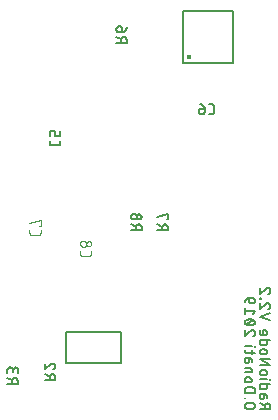
<source format=gbr>
G04 EAGLE Gerber RS-274X export*
G75*
%MOMM*%
%FSLAX34Y34*%
%LPD*%
%INSilkscreen Bottom*%
%IPPOS*%
%AMOC8*
5,1,8,0,0,1.08239X$1,22.5*%
G01*
%ADD10C,0.127000*%
%ADD11C,0.447213*%
%ADD12C,0.076200*%


D10*
X220188Y5212D02*
X229078Y5212D01*
X229078Y7682D01*
X229077Y7682D02*
X229075Y7780D01*
X229069Y7878D01*
X229059Y7976D01*
X229046Y8073D01*
X229028Y8170D01*
X229007Y8266D01*
X228982Y8360D01*
X228953Y8454D01*
X228921Y8547D01*
X228884Y8638D01*
X228845Y8728D01*
X228801Y8816D01*
X228754Y8902D01*
X228704Y8987D01*
X228651Y9069D01*
X228594Y9149D01*
X228534Y9227D01*
X228471Y9302D01*
X228405Y9375D01*
X228336Y9445D01*
X228265Y9512D01*
X228191Y9577D01*
X228114Y9638D01*
X228035Y9697D01*
X227954Y9752D01*
X227871Y9804D01*
X227785Y9852D01*
X227698Y9897D01*
X227609Y9939D01*
X227519Y9977D01*
X227427Y10011D01*
X227334Y10042D01*
X227239Y10069D01*
X227144Y10092D01*
X227047Y10112D01*
X226951Y10127D01*
X226853Y10139D01*
X226755Y10147D01*
X226657Y10151D01*
X226559Y10151D01*
X226461Y10147D01*
X226363Y10139D01*
X226265Y10127D01*
X226169Y10112D01*
X226072Y10092D01*
X225977Y10069D01*
X225882Y10042D01*
X225789Y10011D01*
X225697Y9977D01*
X225607Y9939D01*
X225518Y9897D01*
X225431Y9852D01*
X225345Y9804D01*
X225262Y9752D01*
X225181Y9697D01*
X225102Y9638D01*
X225025Y9577D01*
X224951Y9512D01*
X224880Y9445D01*
X224811Y9375D01*
X224745Y9302D01*
X224682Y9227D01*
X224622Y9149D01*
X224565Y9069D01*
X224512Y8987D01*
X224462Y8902D01*
X224415Y8816D01*
X224371Y8728D01*
X224332Y8638D01*
X224295Y8547D01*
X224263Y8454D01*
X224234Y8360D01*
X224209Y8266D01*
X224188Y8170D01*
X224170Y8073D01*
X224157Y7976D01*
X224147Y7878D01*
X224141Y7780D01*
X224139Y7682D01*
X224139Y5212D01*
X224139Y8175D02*
X220188Y10151D01*
X223645Y15833D02*
X223645Y18056D01*
X223645Y15833D02*
X223643Y15751D01*
X223637Y15669D01*
X223627Y15587D01*
X223614Y15506D01*
X223596Y15425D01*
X223575Y15346D01*
X223550Y15267D01*
X223521Y15190D01*
X223489Y15115D01*
X223453Y15041D01*
X223413Y14969D01*
X223371Y14898D01*
X223324Y14830D01*
X223275Y14764D01*
X223223Y14701D01*
X223167Y14640D01*
X223109Y14582D01*
X223048Y14526D01*
X222985Y14474D01*
X222919Y14425D01*
X222851Y14378D01*
X222781Y14336D01*
X222708Y14296D01*
X222634Y14260D01*
X222559Y14228D01*
X222482Y14199D01*
X222403Y14174D01*
X222324Y14153D01*
X222243Y14135D01*
X222162Y14122D01*
X222080Y14112D01*
X221998Y14106D01*
X221916Y14104D01*
X221834Y14106D01*
X221752Y14112D01*
X221670Y14122D01*
X221589Y14135D01*
X221508Y14153D01*
X221429Y14174D01*
X221350Y14199D01*
X221273Y14228D01*
X221198Y14260D01*
X221124Y14296D01*
X221052Y14336D01*
X220981Y14378D01*
X220913Y14425D01*
X220847Y14474D01*
X220784Y14526D01*
X220723Y14582D01*
X220665Y14640D01*
X220609Y14701D01*
X220557Y14764D01*
X220508Y14830D01*
X220461Y14898D01*
X220419Y14969D01*
X220379Y15041D01*
X220343Y15115D01*
X220311Y15190D01*
X220282Y15267D01*
X220257Y15346D01*
X220236Y15425D01*
X220218Y15506D01*
X220205Y15587D01*
X220195Y15669D01*
X220189Y15751D01*
X220187Y15833D01*
X220188Y15833D02*
X220188Y18056D01*
X224633Y18056D01*
X224708Y18054D01*
X224783Y18048D01*
X224857Y18039D01*
X224931Y18026D01*
X225004Y18009D01*
X225077Y17988D01*
X225148Y17964D01*
X225217Y17936D01*
X225286Y17905D01*
X225352Y17870D01*
X225417Y17832D01*
X225480Y17790D01*
X225540Y17746D01*
X225598Y17698D01*
X225654Y17648D01*
X225707Y17595D01*
X225757Y17539D01*
X225805Y17481D01*
X225849Y17421D01*
X225891Y17358D01*
X225929Y17293D01*
X225964Y17227D01*
X225995Y17158D01*
X226023Y17089D01*
X226047Y17018D01*
X226068Y16945D01*
X226085Y16872D01*
X226098Y16798D01*
X226107Y16724D01*
X226113Y16649D01*
X226115Y16574D01*
X226114Y16574D02*
X226114Y14598D01*
X229078Y26285D02*
X220188Y26285D01*
X220188Y23816D01*
X220187Y23816D02*
X220189Y23741D01*
X220195Y23666D01*
X220204Y23592D01*
X220217Y23518D01*
X220234Y23445D01*
X220255Y23372D01*
X220279Y23301D01*
X220307Y23232D01*
X220338Y23163D01*
X220373Y23097D01*
X220411Y23032D01*
X220453Y22969D01*
X220497Y22909D01*
X220545Y22851D01*
X220595Y22795D01*
X220648Y22742D01*
X220704Y22692D01*
X220762Y22644D01*
X220822Y22600D01*
X220885Y22558D01*
X220950Y22520D01*
X221016Y22485D01*
X221085Y22454D01*
X221154Y22426D01*
X221225Y22402D01*
X221298Y22381D01*
X221371Y22364D01*
X221445Y22351D01*
X221519Y22342D01*
X221594Y22336D01*
X221669Y22334D01*
X224633Y22334D01*
X224708Y22336D01*
X224783Y22342D01*
X224857Y22351D01*
X224931Y22364D01*
X225004Y22381D01*
X225077Y22402D01*
X225148Y22426D01*
X225217Y22454D01*
X225286Y22485D01*
X225352Y22520D01*
X225417Y22558D01*
X225480Y22600D01*
X225540Y22644D01*
X225598Y22692D01*
X225654Y22742D01*
X225707Y22795D01*
X225757Y22851D01*
X225805Y22909D01*
X225849Y22969D01*
X225891Y23032D01*
X225929Y23097D01*
X225964Y23163D01*
X225995Y23232D01*
X226023Y23301D01*
X226047Y23372D01*
X226068Y23445D01*
X226085Y23518D01*
X226098Y23592D01*
X226107Y23666D01*
X226113Y23741D01*
X226115Y23816D01*
X226114Y23816D02*
X226114Y26285D01*
X226114Y30466D02*
X220188Y30466D01*
X228584Y30219D02*
X229078Y30219D01*
X229078Y30713D01*
X228584Y30713D01*
X228584Y30219D01*
X224139Y34282D02*
X222163Y34282D01*
X224139Y34281D02*
X224226Y34283D01*
X224314Y34289D01*
X224401Y34298D01*
X224487Y34312D01*
X224573Y34329D01*
X224657Y34350D01*
X224741Y34375D01*
X224824Y34404D01*
X224905Y34436D01*
X224985Y34471D01*
X225063Y34510D01*
X225140Y34553D01*
X225214Y34599D01*
X225286Y34648D01*
X225356Y34700D01*
X225424Y34756D01*
X225489Y34814D01*
X225552Y34875D01*
X225611Y34939D01*
X225668Y35006D01*
X225722Y35074D01*
X225773Y35146D01*
X225820Y35219D01*
X225865Y35294D01*
X225906Y35372D01*
X225943Y35451D01*
X225977Y35531D01*
X226007Y35613D01*
X226034Y35696D01*
X226057Y35781D01*
X226076Y35866D01*
X226091Y35952D01*
X226103Y36039D01*
X226111Y36126D01*
X226115Y36213D01*
X226115Y36301D01*
X226111Y36388D01*
X226103Y36475D01*
X226091Y36562D01*
X226076Y36648D01*
X226057Y36733D01*
X226034Y36818D01*
X226007Y36901D01*
X225977Y36983D01*
X225943Y37063D01*
X225906Y37142D01*
X225865Y37220D01*
X225820Y37295D01*
X225773Y37368D01*
X225722Y37440D01*
X225668Y37508D01*
X225611Y37575D01*
X225552Y37639D01*
X225489Y37700D01*
X225424Y37758D01*
X225356Y37814D01*
X225286Y37866D01*
X225214Y37915D01*
X225140Y37961D01*
X225063Y38004D01*
X224985Y38043D01*
X224905Y38078D01*
X224824Y38110D01*
X224741Y38139D01*
X224657Y38164D01*
X224573Y38185D01*
X224487Y38202D01*
X224401Y38216D01*
X224314Y38225D01*
X224226Y38231D01*
X224139Y38233D01*
X222163Y38233D01*
X222076Y38231D01*
X221988Y38225D01*
X221901Y38216D01*
X221815Y38202D01*
X221729Y38185D01*
X221645Y38164D01*
X221561Y38139D01*
X221478Y38110D01*
X221397Y38078D01*
X221317Y38043D01*
X221239Y38004D01*
X221162Y37961D01*
X221088Y37915D01*
X221016Y37866D01*
X220946Y37814D01*
X220878Y37758D01*
X220813Y37700D01*
X220750Y37639D01*
X220691Y37575D01*
X220634Y37508D01*
X220580Y37440D01*
X220529Y37368D01*
X220482Y37295D01*
X220437Y37220D01*
X220396Y37142D01*
X220359Y37063D01*
X220325Y36983D01*
X220295Y36901D01*
X220268Y36818D01*
X220245Y36733D01*
X220226Y36648D01*
X220211Y36562D01*
X220199Y36475D01*
X220191Y36388D01*
X220187Y36301D01*
X220187Y36213D01*
X220191Y36126D01*
X220199Y36039D01*
X220211Y35952D01*
X220226Y35866D01*
X220245Y35781D01*
X220268Y35696D01*
X220295Y35613D01*
X220325Y35531D01*
X220359Y35451D01*
X220396Y35372D01*
X220437Y35294D01*
X220482Y35219D01*
X220529Y35146D01*
X220580Y35074D01*
X220634Y35006D01*
X220691Y34939D01*
X220750Y34875D01*
X220813Y34814D01*
X220878Y34756D01*
X220946Y34700D01*
X221016Y34648D01*
X221088Y34599D01*
X221162Y34553D01*
X221239Y34510D01*
X221317Y34471D01*
X221397Y34436D01*
X221478Y34404D01*
X221561Y34375D01*
X221645Y34350D01*
X221729Y34329D01*
X221815Y34312D01*
X221901Y34298D01*
X221988Y34289D01*
X222076Y34283D01*
X222163Y34281D01*
X220188Y42627D02*
X229078Y42627D01*
X220188Y47566D01*
X229078Y47566D01*
X224139Y51960D02*
X222163Y51960D01*
X224139Y51959D02*
X224226Y51961D01*
X224314Y51967D01*
X224401Y51976D01*
X224487Y51990D01*
X224573Y52007D01*
X224657Y52028D01*
X224741Y52053D01*
X224824Y52082D01*
X224905Y52114D01*
X224985Y52149D01*
X225063Y52188D01*
X225140Y52231D01*
X225214Y52277D01*
X225286Y52326D01*
X225356Y52378D01*
X225424Y52434D01*
X225489Y52492D01*
X225552Y52553D01*
X225611Y52617D01*
X225668Y52684D01*
X225722Y52752D01*
X225773Y52824D01*
X225820Y52897D01*
X225865Y52972D01*
X225906Y53050D01*
X225943Y53129D01*
X225977Y53209D01*
X226007Y53291D01*
X226034Y53374D01*
X226057Y53459D01*
X226076Y53544D01*
X226091Y53630D01*
X226103Y53717D01*
X226111Y53804D01*
X226115Y53891D01*
X226115Y53979D01*
X226111Y54066D01*
X226103Y54153D01*
X226091Y54240D01*
X226076Y54326D01*
X226057Y54411D01*
X226034Y54496D01*
X226007Y54579D01*
X225977Y54661D01*
X225943Y54741D01*
X225906Y54820D01*
X225865Y54898D01*
X225820Y54973D01*
X225773Y55046D01*
X225722Y55118D01*
X225668Y55186D01*
X225611Y55253D01*
X225552Y55317D01*
X225489Y55378D01*
X225424Y55436D01*
X225356Y55492D01*
X225286Y55544D01*
X225214Y55593D01*
X225140Y55639D01*
X225063Y55682D01*
X224985Y55721D01*
X224905Y55756D01*
X224824Y55788D01*
X224741Y55817D01*
X224657Y55842D01*
X224573Y55863D01*
X224487Y55880D01*
X224401Y55894D01*
X224314Y55903D01*
X224226Y55909D01*
X224139Y55911D01*
X222163Y55911D01*
X222076Y55909D01*
X221988Y55903D01*
X221901Y55894D01*
X221815Y55880D01*
X221729Y55863D01*
X221645Y55842D01*
X221561Y55817D01*
X221478Y55788D01*
X221397Y55756D01*
X221317Y55721D01*
X221239Y55682D01*
X221162Y55639D01*
X221088Y55593D01*
X221016Y55544D01*
X220946Y55492D01*
X220878Y55436D01*
X220813Y55378D01*
X220750Y55317D01*
X220691Y55253D01*
X220634Y55186D01*
X220580Y55118D01*
X220529Y55046D01*
X220482Y54973D01*
X220437Y54898D01*
X220396Y54820D01*
X220359Y54741D01*
X220325Y54661D01*
X220295Y54579D01*
X220268Y54496D01*
X220245Y54411D01*
X220226Y54326D01*
X220211Y54240D01*
X220199Y54153D01*
X220191Y54066D01*
X220187Y53979D01*
X220187Y53891D01*
X220191Y53804D01*
X220199Y53717D01*
X220211Y53630D01*
X220226Y53544D01*
X220245Y53459D01*
X220268Y53374D01*
X220295Y53291D01*
X220325Y53209D01*
X220359Y53129D01*
X220396Y53050D01*
X220437Y52972D01*
X220482Y52897D01*
X220529Y52824D01*
X220580Y52752D01*
X220634Y52684D01*
X220691Y52617D01*
X220750Y52553D01*
X220813Y52492D01*
X220878Y52434D01*
X220946Y52378D01*
X221016Y52326D01*
X221088Y52277D01*
X221162Y52231D01*
X221239Y52188D01*
X221317Y52149D01*
X221397Y52114D01*
X221478Y52082D01*
X221561Y52053D01*
X221645Y52028D01*
X221729Y52007D01*
X221815Y51990D01*
X221901Y51976D01*
X221988Y51967D01*
X222076Y51961D01*
X222163Y51959D01*
X220188Y63775D02*
X229078Y63775D01*
X220188Y63775D02*
X220188Y61306D01*
X220187Y61306D02*
X220189Y61231D01*
X220195Y61156D01*
X220204Y61082D01*
X220217Y61008D01*
X220234Y60935D01*
X220255Y60862D01*
X220279Y60791D01*
X220307Y60722D01*
X220338Y60653D01*
X220373Y60587D01*
X220411Y60522D01*
X220453Y60459D01*
X220497Y60399D01*
X220545Y60341D01*
X220595Y60285D01*
X220648Y60232D01*
X220704Y60182D01*
X220762Y60134D01*
X220822Y60090D01*
X220885Y60048D01*
X220950Y60010D01*
X221016Y59975D01*
X221085Y59944D01*
X221154Y59916D01*
X221225Y59892D01*
X221298Y59871D01*
X221371Y59854D01*
X221445Y59841D01*
X221519Y59832D01*
X221594Y59826D01*
X221669Y59824D01*
X224633Y59824D01*
X224708Y59826D01*
X224783Y59832D01*
X224857Y59841D01*
X224931Y59854D01*
X225004Y59871D01*
X225077Y59892D01*
X225148Y59916D01*
X225217Y59944D01*
X225286Y59975D01*
X225352Y60010D01*
X225417Y60048D01*
X225480Y60090D01*
X225540Y60134D01*
X225598Y60182D01*
X225654Y60232D01*
X225707Y60285D01*
X225757Y60341D01*
X225805Y60399D01*
X225849Y60459D01*
X225891Y60522D01*
X225929Y60587D01*
X225964Y60653D01*
X225995Y60722D01*
X226023Y60791D01*
X226047Y60862D01*
X226068Y60935D01*
X226085Y61008D01*
X226098Y61082D01*
X226107Y61156D01*
X226113Y61231D01*
X226115Y61306D01*
X226114Y61306D02*
X226114Y63775D01*
X220188Y69596D02*
X220188Y72065D01*
X220187Y69596D02*
X220189Y69521D01*
X220195Y69446D01*
X220204Y69372D01*
X220217Y69298D01*
X220234Y69225D01*
X220255Y69152D01*
X220279Y69081D01*
X220307Y69012D01*
X220338Y68943D01*
X220373Y68877D01*
X220411Y68812D01*
X220453Y68749D01*
X220497Y68689D01*
X220545Y68631D01*
X220595Y68575D01*
X220648Y68522D01*
X220704Y68472D01*
X220762Y68424D01*
X220822Y68380D01*
X220885Y68338D01*
X220950Y68300D01*
X221016Y68265D01*
X221085Y68234D01*
X221154Y68206D01*
X221225Y68182D01*
X221298Y68161D01*
X221371Y68144D01*
X221445Y68131D01*
X221519Y68122D01*
X221594Y68116D01*
X221669Y68114D01*
X224139Y68114D01*
X224226Y68116D01*
X224314Y68122D01*
X224401Y68131D01*
X224487Y68145D01*
X224573Y68162D01*
X224657Y68183D01*
X224741Y68208D01*
X224824Y68237D01*
X224905Y68269D01*
X224985Y68304D01*
X225063Y68343D01*
X225140Y68386D01*
X225214Y68432D01*
X225286Y68481D01*
X225356Y68533D01*
X225424Y68589D01*
X225489Y68647D01*
X225552Y68708D01*
X225611Y68772D01*
X225668Y68839D01*
X225722Y68907D01*
X225773Y68979D01*
X225820Y69052D01*
X225865Y69127D01*
X225906Y69205D01*
X225943Y69284D01*
X225977Y69364D01*
X226007Y69446D01*
X226034Y69529D01*
X226057Y69614D01*
X226076Y69699D01*
X226091Y69785D01*
X226103Y69872D01*
X226111Y69959D01*
X226115Y70046D01*
X226115Y70134D01*
X226111Y70221D01*
X226103Y70308D01*
X226091Y70395D01*
X226076Y70481D01*
X226057Y70566D01*
X226034Y70651D01*
X226007Y70734D01*
X225977Y70816D01*
X225943Y70896D01*
X225906Y70975D01*
X225865Y71053D01*
X225820Y71128D01*
X225773Y71201D01*
X225722Y71273D01*
X225668Y71341D01*
X225611Y71408D01*
X225552Y71472D01*
X225489Y71533D01*
X225424Y71591D01*
X225356Y71647D01*
X225286Y71699D01*
X225214Y71748D01*
X225140Y71794D01*
X225063Y71837D01*
X224985Y71876D01*
X224905Y71911D01*
X224824Y71943D01*
X224741Y71972D01*
X224657Y71997D01*
X224573Y72018D01*
X224487Y72035D01*
X224401Y72049D01*
X224314Y72058D01*
X224226Y72064D01*
X224139Y72066D01*
X224139Y72065D02*
X223151Y72065D01*
X223151Y68114D01*
X229078Y80538D02*
X220188Y83501D01*
X229078Y86464D01*
X229078Y92892D02*
X229076Y92984D01*
X229070Y93076D01*
X229061Y93167D01*
X229048Y93258D01*
X229031Y93348D01*
X229010Y93438D01*
X228986Y93526D01*
X228958Y93614D01*
X228926Y93700D01*
X228891Y93785D01*
X228852Y93868D01*
X228810Y93950D01*
X228765Y94030D01*
X228716Y94108D01*
X228664Y94184D01*
X228609Y94257D01*
X228551Y94329D01*
X228491Y94398D01*
X228427Y94464D01*
X228361Y94528D01*
X228292Y94588D01*
X228220Y94646D01*
X228147Y94701D01*
X228071Y94753D01*
X227993Y94802D01*
X227913Y94847D01*
X227831Y94889D01*
X227748Y94928D01*
X227663Y94963D01*
X227577Y94995D01*
X227489Y95023D01*
X227401Y95047D01*
X227311Y95068D01*
X227221Y95085D01*
X227130Y95098D01*
X227039Y95107D01*
X226947Y95113D01*
X226855Y95115D01*
X229077Y92892D02*
X229075Y92786D01*
X229069Y92681D01*
X229059Y92576D01*
X229046Y92471D01*
X229028Y92367D01*
X229007Y92264D01*
X228982Y92161D01*
X228953Y92059D01*
X228920Y91959D01*
X228884Y91860D01*
X228844Y91762D01*
X228800Y91666D01*
X228753Y91571D01*
X228703Y91479D01*
X228649Y91388D01*
X228591Y91299D01*
X228531Y91213D01*
X228467Y91129D01*
X228401Y91047D01*
X228331Y90967D01*
X228258Y90891D01*
X228183Y90817D01*
X228105Y90746D01*
X228024Y90678D01*
X227941Y90612D01*
X227855Y90550D01*
X227768Y90492D01*
X227678Y90436D01*
X227586Y90384D01*
X227492Y90335D01*
X227397Y90290D01*
X227300Y90248D01*
X227201Y90210D01*
X227102Y90176D01*
X225126Y94373D02*
X225195Y94442D01*
X225265Y94508D01*
X225339Y94571D01*
X225415Y94630D01*
X225493Y94687D01*
X225573Y94741D01*
X225656Y94791D01*
X225740Y94838D01*
X225827Y94881D01*
X225915Y94921D01*
X226004Y94957D01*
X226095Y94990D01*
X226187Y95019D01*
X226281Y95044D01*
X226375Y95065D01*
X226470Y95083D01*
X226566Y95096D01*
X226662Y95106D01*
X226758Y95112D01*
X226855Y95114D01*
X225126Y94374D02*
X220188Y90176D01*
X220188Y95114D01*
X220188Y98799D02*
X220681Y98799D01*
X220681Y99293D01*
X220188Y99293D01*
X220188Y98799D01*
X229078Y105693D02*
X229076Y105785D01*
X229070Y105877D01*
X229061Y105968D01*
X229048Y106059D01*
X229031Y106149D01*
X229010Y106239D01*
X228986Y106327D01*
X228958Y106415D01*
X228926Y106501D01*
X228891Y106586D01*
X228852Y106669D01*
X228810Y106751D01*
X228765Y106831D01*
X228716Y106909D01*
X228664Y106985D01*
X228609Y107058D01*
X228551Y107130D01*
X228491Y107199D01*
X228427Y107265D01*
X228361Y107329D01*
X228292Y107389D01*
X228220Y107447D01*
X228147Y107502D01*
X228071Y107554D01*
X227993Y107603D01*
X227913Y107648D01*
X227831Y107690D01*
X227748Y107729D01*
X227663Y107764D01*
X227577Y107796D01*
X227489Y107824D01*
X227401Y107848D01*
X227311Y107869D01*
X227221Y107886D01*
X227130Y107899D01*
X227039Y107908D01*
X226947Y107914D01*
X226855Y107916D01*
X229077Y105693D02*
X229075Y105587D01*
X229069Y105482D01*
X229059Y105377D01*
X229046Y105272D01*
X229028Y105168D01*
X229007Y105065D01*
X228982Y104962D01*
X228953Y104860D01*
X228920Y104760D01*
X228884Y104661D01*
X228844Y104563D01*
X228800Y104467D01*
X228753Y104372D01*
X228703Y104280D01*
X228649Y104189D01*
X228591Y104100D01*
X228531Y104014D01*
X228467Y103930D01*
X228401Y103848D01*
X228331Y103768D01*
X228258Y103692D01*
X228183Y103618D01*
X228105Y103547D01*
X228024Y103479D01*
X227941Y103413D01*
X227855Y103351D01*
X227768Y103293D01*
X227678Y103237D01*
X227586Y103185D01*
X227492Y103136D01*
X227397Y103091D01*
X227300Y103049D01*
X227201Y103011D01*
X227102Y102977D01*
X225126Y107175D02*
X225195Y107244D01*
X225265Y107310D01*
X225339Y107373D01*
X225415Y107432D01*
X225493Y107489D01*
X225573Y107543D01*
X225656Y107593D01*
X225740Y107640D01*
X225827Y107683D01*
X225915Y107723D01*
X226004Y107759D01*
X226095Y107792D01*
X226187Y107821D01*
X226281Y107846D01*
X226375Y107867D01*
X226470Y107885D01*
X226566Y107898D01*
X226662Y107908D01*
X226758Y107914D01*
X226855Y107916D01*
X225126Y107175D02*
X220188Y102977D01*
X220188Y107916D01*
X213674Y5756D02*
X209723Y5756D01*
X213674Y5756D02*
X213772Y5758D01*
X213870Y5764D01*
X213968Y5774D01*
X214065Y5787D01*
X214162Y5805D01*
X214258Y5826D01*
X214352Y5851D01*
X214446Y5880D01*
X214539Y5912D01*
X214630Y5949D01*
X214720Y5988D01*
X214808Y6032D01*
X214894Y6079D01*
X214979Y6129D01*
X215061Y6182D01*
X215141Y6239D01*
X215219Y6299D01*
X215294Y6362D01*
X215367Y6428D01*
X215437Y6497D01*
X215504Y6568D01*
X215569Y6642D01*
X215630Y6719D01*
X215689Y6798D01*
X215744Y6879D01*
X215796Y6962D01*
X215844Y7048D01*
X215889Y7135D01*
X215931Y7224D01*
X215969Y7314D01*
X216003Y7406D01*
X216034Y7499D01*
X216061Y7594D01*
X216084Y7689D01*
X216104Y7786D01*
X216119Y7882D01*
X216131Y7980D01*
X216139Y8078D01*
X216143Y8176D01*
X216143Y8274D01*
X216139Y8372D01*
X216131Y8470D01*
X216119Y8568D01*
X216104Y8664D01*
X216084Y8761D01*
X216061Y8856D01*
X216034Y8951D01*
X216003Y9044D01*
X215969Y9136D01*
X215931Y9226D01*
X215889Y9315D01*
X215844Y9402D01*
X215796Y9488D01*
X215744Y9571D01*
X215689Y9652D01*
X215630Y9731D01*
X215569Y9808D01*
X215504Y9882D01*
X215437Y9953D01*
X215367Y10022D01*
X215294Y10088D01*
X215219Y10151D01*
X215141Y10211D01*
X215061Y10268D01*
X214979Y10321D01*
X214894Y10371D01*
X214808Y10418D01*
X214720Y10462D01*
X214630Y10501D01*
X214539Y10538D01*
X214446Y10570D01*
X214352Y10599D01*
X214258Y10624D01*
X214162Y10645D01*
X214065Y10663D01*
X213968Y10676D01*
X213870Y10686D01*
X213772Y10692D01*
X213674Y10694D01*
X213674Y10695D02*
X209723Y10695D01*
X209723Y10694D02*
X209625Y10692D01*
X209527Y10686D01*
X209429Y10676D01*
X209332Y10663D01*
X209235Y10645D01*
X209139Y10624D01*
X209045Y10599D01*
X208951Y10570D01*
X208858Y10538D01*
X208767Y10501D01*
X208677Y10462D01*
X208589Y10418D01*
X208503Y10371D01*
X208418Y10321D01*
X208336Y10268D01*
X208256Y10211D01*
X208178Y10151D01*
X208103Y10088D01*
X208030Y10022D01*
X207960Y9953D01*
X207893Y9882D01*
X207828Y9808D01*
X207767Y9731D01*
X207708Y9652D01*
X207653Y9571D01*
X207601Y9488D01*
X207553Y9402D01*
X207508Y9315D01*
X207466Y9226D01*
X207428Y9136D01*
X207394Y9044D01*
X207363Y8951D01*
X207336Y8856D01*
X207313Y8761D01*
X207293Y8664D01*
X207278Y8568D01*
X207266Y8470D01*
X207258Y8372D01*
X207254Y8274D01*
X207254Y8176D01*
X207258Y8078D01*
X207266Y7980D01*
X207278Y7882D01*
X207293Y7786D01*
X207313Y7689D01*
X207336Y7594D01*
X207363Y7499D01*
X207394Y7406D01*
X207428Y7314D01*
X207466Y7224D01*
X207508Y7135D01*
X207553Y7048D01*
X207601Y6962D01*
X207653Y6879D01*
X207708Y6798D01*
X207767Y6719D01*
X207828Y6642D01*
X207893Y6568D01*
X207960Y6497D01*
X208030Y6428D01*
X208103Y6362D01*
X208178Y6299D01*
X208256Y6239D01*
X208336Y6182D01*
X208418Y6129D01*
X208503Y6079D01*
X208589Y6032D01*
X208677Y5988D01*
X208767Y5949D01*
X208858Y5912D01*
X208951Y5880D01*
X209045Y5851D01*
X209139Y5826D01*
X209235Y5805D01*
X209332Y5787D01*
X209429Y5774D01*
X209527Y5764D01*
X209625Y5758D01*
X209723Y5756D01*
X207748Y14379D02*
X207254Y14379D01*
X207748Y14379D02*
X207748Y14873D01*
X207254Y14873D01*
X207254Y14379D01*
X207254Y18862D02*
X216144Y18862D01*
X216144Y21331D01*
X216143Y21331D02*
X216141Y21428D01*
X216135Y21525D01*
X216126Y21621D01*
X216113Y21717D01*
X216096Y21813D01*
X216075Y21907D01*
X216050Y22001D01*
X216022Y22094D01*
X215990Y22186D01*
X215955Y22276D01*
X215916Y22365D01*
X215874Y22452D01*
X215828Y22537D01*
X215779Y22621D01*
X215727Y22703D01*
X215671Y22782D01*
X215613Y22860D01*
X215551Y22934D01*
X215487Y23007D01*
X215420Y23077D01*
X215350Y23144D01*
X215277Y23208D01*
X215203Y23270D01*
X215125Y23328D01*
X215046Y23384D01*
X214964Y23436D01*
X214880Y23485D01*
X214795Y23531D01*
X214708Y23573D01*
X214619Y23612D01*
X214529Y23647D01*
X214437Y23679D01*
X214344Y23707D01*
X214250Y23732D01*
X214156Y23753D01*
X214060Y23770D01*
X213964Y23783D01*
X213868Y23792D01*
X213771Y23798D01*
X213674Y23800D01*
X213674Y23801D02*
X209723Y23801D01*
X209723Y23800D02*
X209626Y23798D01*
X209529Y23792D01*
X209433Y23783D01*
X209337Y23770D01*
X209241Y23753D01*
X209147Y23732D01*
X209053Y23707D01*
X208960Y23679D01*
X208868Y23647D01*
X208778Y23612D01*
X208689Y23573D01*
X208602Y23531D01*
X208517Y23485D01*
X208433Y23436D01*
X208351Y23384D01*
X208272Y23328D01*
X208194Y23270D01*
X208120Y23208D01*
X208047Y23144D01*
X207977Y23077D01*
X207910Y23007D01*
X207846Y22934D01*
X207784Y22860D01*
X207726Y22782D01*
X207670Y22703D01*
X207618Y22621D01*
X207569Y22537D01*
X207523Y22452D01*
X207481Y22365D01*
X207442Y22276D01*
X207407Y22186D01*
X207375Y22094D01*
X207347Y22001D01*
X207322Y21907D01*
X207301Y21813D01*
X207284Y21717D01*
X207271Y21621D01*
X207262Y21525D01*
X207256Y21428D01*
X207254Y21331D01*
X207254Y18862D01*
X209229Y28195D02*
X211205Y28195D01*
X211292Y28197D01*
X211380Y28203D01*
X211467Y28212D01*
X211553Y28226D01*
X211639Y28243D01*
X211723Y28264D01*
X211807Y28289D01*
X211890Y28318D01*
X211971Y28350D01*
X212051Y28385D01*
X212129Y28424D01*
X212206Y28467D01*
X212280Y28513D01*
X212352Y28562D01*
X212422Y28614D01*
X212490Y28670D01*
X212555Y28728D01*
X212618Y28789D01*
X212677Y28853D01*
X212734Y28920D01*
X212788Y28988D01*
X212839Y29060D01*
X212886Y29133D01*
X212931Y29208D01*
X212972Y29286D01*
X213009Y29365D01*
X213043Y29445D01*
X213073Y29527D01*
X213100Y29610D01*
X213123Y29695D01*
X213142Y29780D01*
X213157Y29866D01*
X213169Y29953D01*
X213177Y30040D01*
X213181Y30127D01*
X213181Y30215D01*
X213177Y30302D01*
X213169Y30389D01*
X213157Y30476D01*
X213142Y30562D01*
X213123Y30647D01*
X213100Y30732D01*
X213073Y30815D01*
X213043Y30897D01*
X213009Y30977D01*
X212972Y31056D01*
X212931Y31134D01*
X212886Y31209D01*
X212839Y31282D01*
X212788Y31354D01*
X212734Y31422D01*
X212677Y31489D01*
X212618Y31553D01*
X212555Y31614D01*
X212490Y31672D01*
X212422Y31728D01*
X212352Y31780D01*
X212280Y31829D01*
X212206Y31875D01*
X212129Y31918D01*
X212051Y31957D01*
X211971Y31992D01*
X211890Y32024D01*
X211807Y32053D01*
X211723Y32078D01*
X211639Y32099D01*
X211553Y32116D01*
X211467Y32130D01*
X211380Y32139D01*
X211292Y32145D01*
X211205Y32147D01*
X211205Y32146D02*
X209229Y32146D01*
X209229Y32147D02*
X209142Y32145D01*
X209054Y32139D01*
X208967Y32130D01*
X208881Y32116D01*
X208795Y32099D01*
X208711Y32078D01*
X208627Y32053D01*
X208544Y32024D01*
X208463Y31992D01*
X208383Y31957D01*
X208305Y31918D01*
X208228Y31875D01*
X208154Y31829D01*
X208082Y31780D01*
X208012Y31728D01*
X207944Y31672D01*
X207879Y31614D01*
X207816Y31553D01*
X207757Y31489D01*
X207700Y31422D01*
X207646Y31354D01*
X207595Y31282D01*
X207548Y31209D01*
X207503Y31134D01*
X207462Y31056D01*
X207425Y30977D01*
X207391Y30897D01*
X207361Y30815D01*
X207334Y30732D01*
X207311Y30647D01*
X207292Y30562D01*
X207277Y30476D01*
X207265Y30389D01*
X207257Y30302D01*
X207253Y30215D01*
X207253Y30127D01*
X207257Y30040D01*
X207265Y29953D01*
X207277Y29866D01*
X207292Y29780D01*
X207311Y29695D01*
X207334Y29610D01*
X207361Y29527D01*
X207391Y29445D01*
X207425Y29365D01*
X207462Y29286D01*
X207503Y29208D01*
X207548Y29133D01*
X207595Y29060D01*
X207646Y28988D01*
X207700Y28920D01*
X207757Y28853D01*
X207816Y28789D01*
X207879Y28728D01*
X207944Y28670D01*
X208012Y28614D01*
X208082Y28562D01*
X208154Y28513D01*
X208228Y28467D01*
X208305Y28424D01*
X208383Y28385D01*
X208463Y28350D01*
X208544Y28318D01*
X208627Y28289D01*
X208711Y28264D01*
X208795Y28243D01*
X208881Y28226D01*
X208967Y28212D01*
X209054Y28203D01*
X209142Y28197D01*
X209229Y28195D01*
X207254Y36425D02*
X213181Y36425D01*
X213181Y38894D01*
X213179Y38969D01*
X213173Y39044D01*
X213164Y39118D01*
X213151Y39192D01*
X213134Y39265D01*
X213113Y39338D01*
X213089Y39409D01*
X213061Y39478D01*
X213030Y39547D01*
X212995Y39613D01*
X212957Y39678D01*
X212915Y39741D01*
X212871Y39801D01*
X212823Y39859D01*
X212773Y39915D01*
X212720Y39968D01*
X212664Y40018D01*
X212606Y40066D01*
X212546Y40110D01*
X212483Y40152D01*
X212418Y40190D01*
X212352Y40225D01*
X212283Y40256D01*
X212214Y40284D01*
X212143Y40308D01*
X212070Y40329D01*
X211997Y40346D01*
X211923Y40359D01*
X211849Y40368D01*
X211774Y40374D01*
X211699Y40376D01*
X207254Y40376D01*
X210711Y46322D02*
X210711Y48545D01*
X210711Y46322D02*
X210709Y46240D01*
X210703Y46158D01*
X210693Y46076D01*
X210680Y45995D01*
X210662Y45914D01*
X210641Y45835D01*
X210616Y45756D01*
X210587Y45679D01*
X210555Y45604D01*
X210519Y45530D01*
X210479Y45458D01*
X210437Y45387D01*
X210390Y45319D01*
X210341Y45253D01*
X210289Y45190D01*
X210233Y45129D01*
X210175Y45071D01*
X210114Y45015D01*
X210051Y44963D01*
X209985Y44914D01*
X209917Y44867D01*
X209847Y44825D01*
X209774Y44785D01*
X209700Y44749D01*
X209625Y44717D01*
X209548Y44688D01*
X209469Y44663D01*
X209390Y44642D01*
X209309Y44624D01*
X209228Y44611D01*
X209146Y44601D01*
X209064Y44595D01*
X208982Y44593D01*
X208900Y44595D01*
X208818Y44601D01*
X208736Y44611D01*
X208655Y44624D01*
X208574Y44642D01*
X208495Y44663D01*
X208416Y44688D01*
X208339Y44717D01*
X208264Y44749D01*
X208190Y44785D01*
X208118Y44825D01*
X208047Y44867D01*
X207979Y44914D01*
X207913Y44963D01*
X207850Y45015D01*
X207789Y45071D01*
X207731Y45129D01*
X207675Y45190D01*
X207623Y45253D01*
X207574Y45319D01*
X207527Y45387D01*
X207485Y45458D01*
X207445Y45530D01*
X207409Y45604D01*
X207377Y45679D01*
X207348Y45756D01*
X207323Y45835D01*
X207302Y45914D01*
X207284Y45995D01*
X207271Y46076D01*
X207261Y46158D01*
X207255Y46240D01*
X207253Y46322D01*
X207254Y46322D02*
X207254Y48545D01*
X211699Y48545D01*
X211774Y48543D01*
X211849Y48537D01*
X211923Y48528D01*
X211997Y48515D01*
X212070Y48498D01*
X212143Y48477D01*
X212214Y48453D01*
X212283Y48425D01*
X212352Y48394D01*
X212418Y48359D01*
X212483Y48321D01*
X212546Y48279D01*
X212606Y48235D01*
X212664Y48187D01*
X212720Y48137D01*
X212773Y48084D01*
X212823Y48028D01*
X212871Y47970D01*
X212915Y47910D01*
X212957Y47847D01*
X212995Y47782D01*
X213030Y47716D01*
X213061Y47647D01*
X213089Y47578D01*
X213113Y47507D01*
X213134Y47434D01*
X213151Y47361D01*
X213164Y47287D01*
X213173Y47213D01*
X213179Y47138D01*
X213181Y47063D01*
X213181Y45088D01*
X213181Y52064D02*
X213181Y55027D01*
X216144Y53052D02*
X208736Y53052D01*
X208736Y53051D02*
X208661Y53053D01*
X208586Y53059D01*
X208512Y53068D01*
X208438Y53081D01*
X208365Y53098D01*
X208292Y53119D01*
X208221Y53143D01*
X208152Y53171D01*
X208083Y53202D01*
X208017Y53237D01*
X207952Y53275D01*
X207889Y53317D01*
X207829Y53361D01*
X207771Y53409D01*
X207715Y53459D01*
X207662Y53512D01*
X207612Y53568D01*
X207564Y53626D01*
X207520Y53686D01*
X207478Y53749D01*
X207440Y53814D01*
X207405Y53880D01*
X207374Y53949D01*
X207346Y54018D01*
X207322Y54089D01*
X207301Y54162D01*
X207284Y54235D01*
X207271Y54309D01*
X207262Y54383D01*
X207256Y54458D01*
X207254Y54533D01*
X207254Y55027D01*
X207254Y58517D02*
X213181Y58517D01*
X215650Y58270D02*
X216144Y58270D01*
X216144Y58764D01*
X215650Y58764D01*
X215650Y58270D01*
X216144Y70041D02*
X216142Y70133D01*
X216136Y70225D01*
X216127Y70316D01*
X216114Y70407D01*
X216097Y70497D01*
X216076Y70587D01*
X216052Y70675D01*
X216024Y70763D01*
X215992Y70849D01*
X215957Y70934D01*
X215918Y71017D01*
X215876Y71099D01*
X215831Y71179D01*
X215782Y71257D01*
X215730Y71333D01*
X215675Y71406D01*
X215617Y71478D01*
X215557Y71547D01*
X215493Y71613D01*
X215427Y71677D01*
X215358Y71737D01*
X215286Y71795D01*
X215213Y71850D01*
X215137Y71902D01*
X215059Y71951D01*
X214979Y71996D01*
X214897Y72038D01*
X214814Y72077D01*
X214729Y72112D01*
X214643Y72144D01*
X214555Y72172D01*
X214467Y72196D01*
X214377Y72217D01*
X214287Y72234D01*
X214196Y72247D01*
X214105Y72256D01*
X214013Y72262D01*
X213921Y72264D01*
X216144Y70041D02*
X216142Y69935D01*
X216136Y69830D01*
X216126Y69725D01*
X216113Y69620D01*
X216095Y69516D01*
X216074Y69413D01*
X216049Y69310D01*
X216020Y69208D01*
X215987Y69108D01*
X215951Y69009D01*
X215911Y68911D01*
X215867Y68815D01*
X215820Y68720D01*
X215770Y68628D01*
X215716Y68537D01*
X215658Y68448D01*
X215598Y68362D01*
X215534Y68278D01*
X215468Y68196D01*
X215398Y68116D01*
X215325Y68040D01*
X215250Y67966D01*
X215172Y67895D01*
X215091Y67827D01*
X215008Y67761D01*
X214922Y67699D01*
X214835Y67641D01*
X214745Y67585D01*
X214653Y67533D01*
X214559Y67484D01*
X214464Y67439D01*
X214367Y67397D01*
X214268Y67359D01*
X214169Y67325D01*
X212192Y71523D02*
X212261Y71592D01*
X212331Y71658D01*
X212405Y71721D01*
X212481Y71780D01*
X212559Y71837D01*
X212639Y71891D01*
X212722Y71941D01*
X212806Y71988D01*
X212893Y72031D01*
X212981Y72071D01*
X213070Y72107D01*
X213161Y72140D01*
X213253Y72169D01*
X213347Y72194D01*
X213441Y72215D01*
X213536Y72233D01*
X213632Y72246D01*
X213728Y72256D01*
X213824Y72262D01*
X213921Y72264D01*
X212193Y71523D02*
X207254Y67325D01*
X207254Y72264D01*
X211699Y76469D02*
X211874Y76471D01*
X212049Y76477D01*
X212223Y76488D01*
X212398Y76502D01*
X212571Y76521D01*
X212745Y76544D01*
X212918Y76571D01*
X213090Y76602D01*
X213261Y76637D01*
X213431Y76677D01*
X213601Y76720D01*
X213769Y76768D01*
X213936Y76819D01*
X214102Y76874D01*
X214267Y76934D01*
X214430Y76997D01*
X214591Y77064D01*
X214751Y77135D01*
X214909Y77210D01*
X214987Y77239D01*
X215065Y77271D01*
X215140Y77308D01*
X215214Y77347D01*
X215286Y77390D01*
X215357Y77436D01*
X215424Y77486D01*
X215490Y77538D01*
X215553Y77593D01*
X215613Y77652D01*
X215671Y77713D01*
X215726Y77776D01*
X215778Y77842D01*
X215827Y77911D01*
X215872Y77981D01*
X215915Y78053D01*
X215954Y78128D01*
X215989Y78204D01*
X216021Y78281D01*
X216049Y78360D01*
X216074Y78441D01*
X216095Y78522D01*
X216112Y78604D01*
X216126Y78687D01*
X216135Y78770D01*
X216141Y78854D01*
X216143Y78938D01*
X216144Y78938D02*
X216142Y79022D01*
X216136Y79106D01*
X216127Y79189D01*
X216113Y79272D01*
X216096Y79354D01*
X216075Y79435D01*
X216050Y79516D01*
X216022Y79595D01*
X215990Y79672D01*
X215955Y79748D01*
X215916Y79823D01*
X215873Y79895D01*
X215828Y79966D01*
X215779Y80034D01*
X215727Y80100D01*
X215672Y80163D01*
X215614Y80224D01*
X215554Y80283D01*
X215491Y80338D01*
X215425Y80390D01*
X215358Y80440D01*
X215287Y80486D01*
X215215Y80529D01*
X215141Y80568D01*
X215066Y80605D01*
X214988Y80637D01*
X214909Y80666D01*
X214909Y80667D02*
X214751Y80742D01*
X214591Y80813D01*
X214430Y80880D01*
X214267Y80943D01*
X214102Y81003D01*
X213936Y81058D01*
X213769Y81109D01*
X213601Y81157D01*
X213431Y81200D01*
X213261Y81240D01*
X213090Y81275D01*
X212918Y81306D01*
X212745Y81333D01*
X212571Y81356D01*
X212398Y81375D01*
X212223Y81389D01*
X212049Y81400D01*
X211874Y81406D01*
X211699Y81408D01*
X211699Y76469D02*
X211524Y76471D01*
X211349Y76477D01*
X211175Y76488D01*
X211000Y76502D01*
X210827Y76521D01*
X210653Y76544D01*
X210480Y76571D01*
X210308Y76602D01*
X210137Y76637D01*
X209967Y76677D01*
X209797Y76720D01*
X209629Y76768D01*
X209462Y76819D01*
X209296Y76874D01*
X209131Y76934D01*
X208968Y76997D01*
X208807Y77064D01*
X208647Y77135D01*
X208489Y77210D01*
X208488Y77210D02*
X208410Y77239D01*
X208332Y77271D01*
X208257Y77308D01*
X208183Y77347D01*
X208110Y77390D01*
X208040Y77436D01*
X207973Y77486D01*
X207907Y77538D01*
X207844Y77594D01*
X207784Y77652D01*
X207726Y77713D01*
X207671Y77776D01*
X207619Y77842D01*
X207570Y77911D01*
X207525Y77981D01*
X207482Y78053D01*
X207443Y78128D01*
X207408Y78204D01*
X207376Y78281D01*
X207348Y78360D01*
X207323Y78441D01*
X207302Y78522D01*
X207285Y78604D01*
X207271Y78687D01*
X207262Y78770D01*
X207256Y78854D01*
X207254Y78938D01*
X208489Y80667D02*
X208647Y80742D01*
X208807Y80813D01*
X208968Y80880D01*
X209131Y80943D01*
X209296Y81003D01*
X209462Y81058D01*
X209629Y81109D01*
X209797Y81157D01*
X209967Y81200D01*
X210137Y81240D01*
X210308Y81275D01*
X210480Y81306D01*
X210653Y81333D01*
X210827Y81356D01*
X211000Y81375D01*
X211175Y81389D01*
X211349Y81400D01*
X211524Y81406D01*
X211699Y81408D01*
X208488Y80666D02*
X208410Y80637D01*
X208332Y80605D01*
X208257Y80568D01*
X208183Y80529D01*
X208111Y80486D01*
X208040Y80440D01*
X207973Y80390D01*
X207907Y80338D01*
X207844Y80283D01*
X207784Y80224D01*
X207726Y80163D01*
X207671Y80100D01*
X207619Y80034D01*
X207570Y79966D01*
X207525Y79895D01*
X207482Y79823D01*
X207443Y79748D01*
X207408Y79672D01*
X207376Y79595D01*
X207348Y79516D01*
X207323Y79435D01*
X207302Y79354D01*
X207285Y79272D01*
X207271Y79189D01*
X207262Y79106D01*
X207256Y79022D01*
X207254Y78938D01*
X209229Y76963D02*
X214168Y80914D01*
X214168Y85613D02*
X216144Y88082D01*
X207254Y88082D01*
X207254Y85613D02*
X207254Y90552D01*
X211205Y96733D02*
X211205Y99696D01*
X211205Y96733D02*
X211207Y96647D01*
X211213Y96561D01*
X211222Y96475D01*
X211235Y96390D01*
X211252Y96305D01*
X211272Y96222D01*
X211296Y96139D01*
X211324Y96057D01*
X211355Y95977D01*
X211390Y95898D01*
X211428Y95821D01*
X211470Y95745D01*
X211514Y95671D01*
X211562Y95600D01*
X211613Y95530D01*
X211667Y95463D01*
X211724Y95398D01*
X211784Y95336D01*
X211846Y95276D01*
X211911Y95219D01*
X211978Y95165D01*
X212048Y95114D01*
X212119Y95066D01*
X212193Y95022D01*
X212269Y94980D01*
X212346Y94942D01*
X212425Y94907D01*
X212505Y94876D01*
X212587Y94848D01*
X212670Y94824D01*
X212753Y94804D01*
X212838Y94787D01*
X212923Y94774D01*
X213009Y94765D01*
X213095Y94759D01*
X213181Y94757D01*
X213674Y94757D01*
X213772Y94759D01*
X213870Y94765D01*
X213968Y94775D01*
X214065Y94788D01*
X214162Y94806D01*
X214258Y94827D01*
X214352Y94852D01*
X214446Y94881D01*
X214539Y94913D01*
X214630Y94950D01*
X214720Y94989D01*
X214808Y95033D01*
X214894Y95080D01*
X214979Y95130D01*
X215061Y95183D01*
X215141Y95240D01*
X215219Y95300D01*
X215294Y95363D01*
X215367Y95429D01*
X215437Y95498D01*
X215504Y95569D01*
X215569Y95643D01*
X215630Y95720D01*
X215689Y95799D01*
X215744Y95880D01*
X215796Y95963D01*
X215844Y96049D01*
X215889Y96136D01*
X215931Y96225D01*
X215969Y96315D01*
X216003Y96407D01*
X216034Y96500D01*
X216061Y96595D01*
X216084Y96690D01*
X216104Y96787D01*
X216119Y96883D01*
X216131Y96981D01*
X216139Y97079D01*
X216143Y97177D01*
X216143Y97275D01*
X216139Y97373D01*
X216131Y97471D01*
X216119Y97569D01*
X216104Y97665D01*
X216084Y97762D01*
X216061Y97857D01*
X216034Y97952D01*
X216003Y98045D01*
X215969Y98137D01*
X215931Y98227D01*
X215889Y98316D01*
X215844Y98403D01*
X215796Y98489D01*
X215744Y98572D01*
X215689Y98653D01*
X215630Y98732D01*
X215569Y98809D01*
X215504Y98883D01*
X215437Y98954D01*
X215367Y99023D01*
X215294Y99089D01*
X215219Y99152D01*
X215141Y99212D01*
X215061Y99269D01*
X214979Y99322D01*
X214894Y99372D01*
X214808Y99419D01*
X214720Y99463D01*
X214630Y99502D01*
X214539Y99539D01*
X214446Y99571D01*
X214352Y99600D01*
X214258Y99625D01*
X214162Y99646D01*
X214065Y99664D01*
X213968Y99677D01*
X213870Y99687D01*
X213772Y99693D01*
X213674Y99695D01*
X213674Y99696D02*
X211205Y99696D01*
X211081Y99694D01*
X210957Y99688D01*
X210833Y99678D01*
X210710Y99665D01*
X210587Y99647D01*
X210465Y99626D01*
X210343Y99601D01*
X210222Y99572D01*
X210103Y99539D01*
X209984Y99503D01*
X209867Y99462D01*
X209751Y99419D01*
X209636Y99371D01*
X209523Y99320D01*
X209411Y99265D01*
X209302Y99207D01*
X209194Y99146D01*
X209088Y99081D01*
X208984Y99013D01*
X208883Y98941D01*
X208783Y98867D01*
X208687Y98789D01*
X208592Y98709D01*
X208500Y98625D01*
X208411Y98539D01*
X208325Y98450D01*
X208241Y98358D01*
X208161Y98263D01*
X208083Y98167D01*
X208009Y98067D01*
X207937Y97966D01*
X207869Y97862D01*
X207804Y97756D01*
X207743Y97648D01*
X207685Y97539D01*
X207630Y97427D01*
X207579Y97314D01*
X207531Y97199D01*
X207488Y97083D01*
X207447Y96966D01*
X207411Y96847D01*
X207378Y96728D01*
X207349Y96607D01*
X207324Y96485D01*
X207303Y96363D01*
X207285Y96240D01*
X207272Y96117D01*
X207262Y95993D01*
X207256Y95869D01*
X207254Y95745D01*
X42050Y230523D02*
X42050Y232498D01*
X42050Y230523D02*
X42052Y230437D01*
X42058Y230351D01*
X42067Y230265D01*
X42080Y230180D01*
X42097Y230095D01*
X42117Y230012D01*
X42141Y229929D01*
X42169Y229847D01*
X42200Y229767D01*
X42235Y229688D01*
X42273Y229611D01*
X42315Y229535D01*
X42359Y229461D01*
X42407Y229390D01*
X42458Y229320D01*
X42512Y229253D01*
X42569Y229188D01*
X42629Y229126D01*
X42691Y229066D01*
X42756Y229009D01*
X42823Y228955D01*
X42893Y228904D01*
X42964Y228856D01*
X43038Y228812D01*
X43114Y228770D01*
X43191Y228732D01*
X43270Y228697D01*
X43350Y228666D01*
X43432Y228638D01*
X43515Y228614D01*
X43598Y228594D01*
X43683Y228577D01*
X43768Y228564D01*
X43854Y228555D01*
X43940Y228549D01*
X44026Y228547D01*
X48964Y228547D01*
X49053Y228549D01*
X49141Y228555D01*
X49229Y228565D01*
X49317Y228579D01*
X49404Y228597D01*
X49490Y228618D01*
X49575Y228644D01*
X49658Y228673D01*
X49741Y228706D01*
X49821Y228743D01*
X49900Y228783D01*
X49977Y228827D01*
X50053Y228874D01*
X50125Y228924D01*
X50196Y228978D01*
X50264Y229035D01*
X50330Y229095D01*
X50392Y229157D01*
X50452Y229223D01*
X50509Y229291D01*
X50563Y229362D01*
X50613Y229434D01*
X50660Y229509D01*
X50704Y229587D01*
X50744Y229666D01*
X50781Y229746D01*
X50814Y229829D01*
X50843Y229912D01*
X50869Y229997D01*
X50890Y230083D01*
X50908Y230170D01*
X50922Y230258D01*
X50932Y230346D01*
X50938Y230434D01*
X50940Y230523D01*
X50940Y232498D01*
X42050Y236201D02*
X42050Y239164D01*
X42052Y239253D01*
X42058Y239341D01*
X42068Y239429D01*
X42082Y239517D01*
X42100Y239604D01*
X42121Y239690D01*
X42147Y239775D01*
X42176Y239858D01*
X42209Y239941D01*
X42246Y240021D01*
X42286Y240100D01*
X42330Y240177D01*
X42377Y240253D01*
X42427Y240325D01*
X42481Y240396D01*
X42538Y240464D01*
X42598Y240530D01*
X42660Y240592D01*
X42726Y240652D01*
X42794Y240709D01*
X42865Y240763D01*
X42937Y240813D01*
X43012Y240860D01*
X43090Y240904D01*
X43169Y240944D01*
X43249Y240981D01*
X43332Y241014D01*
X43415Y241043D01*
X43500Y241069D01*
X43586Y241090D01*
X43673Y241108D01*
X43761Y241122D01*
X43849Y241132D01*
X43937Y241138D01*
X44026Y241140D01*
X45013Y241140D01*
X45099Y241138D01*
X45185Y241132D01*
X45271Y241123D01*
X45356Y241110D01*
X45441Y241093D01*
X45524Y241073D01*
X45607Y241049D01*
X45689Y241021D01*
X45769Y240990D01*
X45848Y240955D01*
X45925Y240917D01*
X46001Y240875D01*
X46075Y240831D01*
X46146Y240783D01*
X46216Y240732D01*
X46283Y240678D01*
X46348Y240621D01*
X46410Y240561D01*
X46470Y240499D01*
X46527Y240434D01*
X46581Y240367D01*
X46632Y240297D01*
X46680Y240226D01*
X46724Y240152D01*
X46766Y240076D01*
X46804Y239999D01*
X46839Y239920D01*
X46870Y239840D01*
X46898Y239758D01*
X46922Y239675D01*
X46942Y239592D01*
X46959Y239507D01*
X46972Y239422D01*
X46981Y239336D01*
X46987Y239250D01*
X46989Y239164D01*
X46989Y236201D01*
X50940Y236201D01*
X50940Y241140D01*
X46990Y29833D02*
X38100Y29833D01*
X46990Y29833D02*
X46990Y32302D01*
X46988Y32400D01*
X46982Y32498D01*
X46972Y32596D01*
X46959Y32693D01*
X46941Y32790D01*
X46920Y32886D01*
X46895Y32980D01*
X46866Y33074D01*
X46834Y33167D01*
X46797Y33258D01*
X46758Y33348D01*
X46714Y33436D01*
X46667Y33522D01*
X46617Y33607D01*
X46564Y33689D01*
X46507Y33769D01*
X46447Y33847D01*
X46384Y33922D01*
X46318Y33995D01*
X46249Y34065D01*
X46178Y34132D01*
X46104Y34197D01*
X46027Y34258D01*
X45948Y34317D01*
X45867Y34372D01*
X45784Y34424D01*
X45698Y34472D01*
X45611Y34517D01*
X45522Y34559D01*
X45432Y34597D01*
X45340Y34631D01*
X45247Y34662D01*
X45152Y34689D01*
X45057Y34712D01*
X44960Y34732D01*
X44864Y34747D01*
X44766Y34759D01*
X44668Y34767D01*
X44570Y34771D01*
X44472Y34771D01*
X44374Y34767D01*
X44276Y34759D01*
X44178Y34747D01*
X44082Y34732D01*
X43985Y34712D01*
X43890Y34689D01*
X43795Y34662D01*
X43702Y34631D01*
X43610Y34597D01*
X43520Y34559D01*
X43431Y34517D01*
X43344Y34472D01*
X43258Y34424D01*
X43175Y34372D01*
X43094Y34317D01*
X43015Y34258D01*
X42938Y34197D01*
X42864Y34132D01*
X42793Y34065D01*
X42724Y33995D01*
X42658Y33922D01*
X42595Y33847D01*
X42535Y33769D01*
X42478Y33689D01*
X42425Y33607D01*
X42375Y33522D01*
X42328Y33436D01*
X42284Y33348D01*
X42245Y33258D01*
X42208Y33167D01*
X42176Y33074D01*
X42147Y32980D01*
X42122Y32886D01*
X42101Y32790D01*
X42083Y32693D01*
X42070Y32596D01*
X42060Y32498D01*
X42054Y32400D01*
X42052Y32302D01*
X42051Y32302D02*
X42051Y29833D01*
X42051Y32796D02*
X38100Y34771D01*
X46991Y41618D02*
X46989Y41710D01*
X46983Y41802D01*
X46974Y41893D01*
X46961Y41984D01*
X46944Y42074D01*
X46923Y42164D01*
X46899Y42252D01*
X46871Y42340D01*
X46839Y42426D01*
X46804Y42511D01*
X46765Y42594D01*
X46723Y42676D01*
X46678Y42756D01*
X46629Y42834D01*
X46577Y42910D01*
X46522Y42983D01*
X46464Y43055D01*
X46404Y43124D01*
X46340Y43190D01*
X46274Y43254D01*
X46205Y43314D01*
X46133Y43372D01*
X46060Y43427D01*
X45984Y43479D01*
X45906Y43528D01*
X45826Y43573D01*
X45744Y43615D01*
X45661Y43654D01*
X45576Y43689D01*
X45490Y43721D01*
X45402Y43749D01*
X45314Y43773D01*
X45224Y43794D01*
X45134Y43811D01*
X45043Y43824D01*
X44952Y43833D01*
X44860Y43839D01*
X44768Y43841D01*
X46990Y41618D02*
X46988Y41512D01*
X46982Y41407D01*
X46972Y41302D01*
X46959Y41197D01*
X46941Y41093D01*
X46920Y40990D01*
X46895Y40887D01*
X46866Y40785D01*
X46833Y40685D01*
X46797Y40586D01*
X46757Y40488D01*
X46713Y40392D01*
X46666Y40297D01*
X46616Y40205D01*
X46562Y40114D01*
X46504Y40025D01*
X46444Y39939D01*
X46380Y39855D01*
X46314Y39773D01*
X46244Y39693D01*
X46171Y39617D01*
X46096Y39543D01*
X46018Y39472D01*
X45937Y39404D01*
X45854Y39338D01*
X45768Y39276D01*
X45681Y39218D01*
X45591Y39162D01*
X45499Y39110D01*
X45405Y39061D01*
X45310Y39016D01*
X45213Y38974D01*
X45114Y38936D01*
X45015Y38902D01*
X43039Y43099D02*
X43108Y43168D01*
X43178Y43234D01*
X43252Y43297D01*
X43328Y43356D01*
X43406Y43413D01*
X43486Y43467D01*
X43569Y43517D01*
X43653Y43564D01*
X43740Y43607D01*
X43828Y43647D01*
X43917Y43683D01*
X44008Y43716D01*
X44100Y43745D01*
X44194Y43770D01*
X44288Y43791D01*
X44383Y43809D01*
X44479Y43822D01*
X44575Y43832D01*
X44671Y43838D01*
X44768Y43840D01*
X43039Y43099D02*
X38100Y38901D01*
X38100Y43840D01*
X15240Y26658D02*
X6350Y26658D01*
X15240Y26658D02*
X15240Y29127D01*
X15238Y29225D01*
X15232Y29323D01*
X15222Y29421D01*
X15209Y29518D01*
X15191Y29615D01*
X15170Y29711D01*
X15145Y29805D01*
X15116Y29899D01*
X15084Y29992D01*
X15047Y30083D01*
X15008Y30173D01*
X14964Y30261D01*
X14917Y30347D01*
X14867Y30432D01*
X14814Y30514D01*
X14757Y30594D01*
X14697Y30672D01*
X14634Y30747D01*
X14568Y30820D01*
X14499Y30890D01*
X14428Y30957D01*
X14354Y31022D01*
X14277Y31083D01*
X14198Y31142D01*
X14117Y31197D01*
X14034Y31249D01*
X13948Y31297D01*
X13861Y31342D01*
X13772Y31384D01*
X13682Y31422D01*
X13590Y31456D01*
X13497Y31487D01*
X13402Y31514D01*
X13307Y31537D01*
X13210Y31557D01*
X13114Y31572D01*
X13016Y31584D01*
X12918Y31592D01*
X12820Y31596D01*
X12722Y31596D01*
X12624Y31592D01*
X12526Y31584D01*
X12428Y31572D01*
X12332Y31557D01*
X12235Y31537D01*
X12140Y31514D01*
X12045Y31487D01*
X11952Y31456D01*
X11860Y31422D01*
X11770Y31384D01*
X11681Y31342D01*
X11594Y31297D01*
X11508Y31249D01*
X11425Y31197D01*
X11344Y31142D01*
X11265Y31083D01*
X11188Y31022D01*
X11114Y30957D01*
X11043Y30890D01*
X10974Y30820D01*
X10908Y30747D01*
X10845Y30672D01*
X10785Y30594D01*
X10728Y30514D01*
X10675Y30432D01*
X10625Y30347D01*
X10578Y30261D01*
X10534Y30173D01*
X10495Y30083D01*
X10458Y29992D01*
X10426Y29899D01*
X10397Y29805D01*
X10372Y29711D01*
X10351Y29615D01*
X10333Y29518D01*
X10320Y29421D01*
X10310Y29323D01*
X10304Y29225D01*
X10302Y29127D01*
X10301Y29127D02*
X10301Y26658D01*
X10301Y29621D02*
X6350Y31596D01*
X6350Y35726D02*
X6350Y38196D01*
X6352Y38294D01*
X6358Y38392D01*
X6368Y38490D01*
X6381Y38587D01*
X6399Y38684D01*
X6420Y38780D01*
X6445Y38874D01*
X6474Y38968D01*
X6506Y39061D01*
X6543Y39152D01*
X6582Y39242D01*
X6626Y39330D01*
X6673Y39416D01*
X6723Y39501D01*
X6776Y39583D01*
X6833Y39663D01*
X6893Y39741D01*
X6956Y39816D01*
X7022Y39889D01*
X7091Y39959D01*
X7162Y40026D01*
X7236Y40091D01*
X7313Y40152D01*
X7392Y40211D01*
X7473Y40266D01*
X7556Y40318D01*
X7642Y40366D01*
X7729Y40411D01*
X7818Y40453D01*
X7908Y40491D01*
X8000Y40525D01*
X8093Y40556D01*
X8188Y40583D01*
X8283Y40606D01*
X8380Y40626D01*
X8476Y40641D01*
X8574Y40653D01*
X8672Y40661D01*
X8770Y40665D01*
X8868Y40665D01*
X8966Y40661D01*
X9064Y40653D01*
X9162Y40641D01*
X9258Y40626D01*
X9355Y40606D01*
X9450Y40583D01*
X9545Y40556D01*
X9638Y40525D01*
X9730Y40491D01*
X9820Y40453D01*
X9909Y40411D01*
X9996Y40366D01*
X10082Y40318D01*
X10165Y40266D01*
X10246Y40211D01*
X10325Y40152D01*
X10402Y40091D01*
X10476Y40026D01*
X10547Y39959D01*
X10616Y39889D01*
X10682Y39816D01*
X10745Y39741D01*
X10805Y39663D01*
X10862Y39583D01*
X10915Y39501D01*
X10965Y39416D01*
X11012Y39330D01*
X11056Y39242D01*
X11095Y39152D01*
X11132Y39061D01*
X11164Y38968D01*
X11193Y38874D01*
X11218Y38780D01*
X11239Y38684D01*
X11257Y38587D01*
X11270Y38490D01*
X11280Y38392D01*
X11286Y38294D01*
X11288Y38196D01*
X15240Y38689D02*
X15240Y35726D01*
X15240Y38689D02*
X15238Y38776D01*
X15232Y38864D01*
X15223Y38951D01*
X15209Y39037D01*
X15192Y39123D01*
X15171Y39207D01*
X15146Y39291D01*
X15117Y39374D01*
X15085Y39455D01*
X15050Y39535D01*
X15011Y39613D01*
X14968Y39690D01*
X14922Y39764D01*
X14873Y39836D01*
X14821Y39906D01*
X14765Y39974D01*
X14707Y40039D01*
X14646Y40102D01*
X14582Y40161D01*
X14515Y40218D01*
X14447Y40272D01*
X14375Y40323D01*
X14302Y40370D01*
X14227Y40415D01*
X14149Y40456D01*
X14070Y40493D01*
X13990Y40527D01*
X13908Y40557D01*
X13825Y40584D01*
X13740Y40607D01*
X13655Y40626D01*
X13569Y40641D01*
X13482Y40653D01*
X13395Y40661D01*
X13308Y40665D01*
X13220Y40665D01*
X13133Y40661D01*
X13046Y40653D01*
X12959Y40641D01*
X12873Y40626D01*
X12788Y40607D01*
X12703Y40584D01*
X12620Y40557D01*
X12538Y40527D01*
X12458Y40493D01*
X12379Y40456D01*
X12301Y40415D01*
X12226Y40370D01*
X12153Y40323D01*
X12081Y40272D01*
X12013Y40218D01*
X11946Y40161D01*
X11882Y40102D01*
X11821Y40039D01*
X11763Y39974D01*
X11707Y39906D01*
X11655Y39836D01*
X11606Y39764D01*
X11560Y39690D01*
X11517Y39613D01*
X11478Y39535D01*
X11443Y39455D01*
X11411Y39374D01*
X11382Y39291D01*
X11357Y39207D01*
X11336Y39123D01*
X11319Y39037D01*
X11305Y38951D01*
X11296Y38864D01*
X11290Y38776D01*
X11288Y38689D01*
X11289Y38689D02*
X11289Y36714D01*
X56388Y44450D02*
X102362Y44450D01*
X102362Y70358D01*
X56388Y70358D02*
X56388Y44450D01*
X56388Y70358D02*
X102362Y70358D01*
X155220Y298675D02*
X155220Y342675D01*
X197220Y342675D01*
X197220Y298675D01*
X155220Y298675D01*
D11*
X160220Y303675D03*
D10*
X107315Y315558D02*
X98425Y315558D01*
X107315Y315558D02*
X107315Y318027D01*
X107313Y318125D01*
X107307Y318223D01*
X107297Y318321D01*
X107284Y318418D01*
X107266Y318515D01*
X107245Y318611D01*
X107220Y318705D01*
X107191Y318799D01*
X107159Y318892D01*
X107122Y318983D01*
X107083Y319073D01*
X107039Y319161D01*
X106992Y319247D01*
X106942Y319332D01*
X106889Y319414D01*
X106832Y319494D01*
X106772Y319572D01*
X106709Y319647D01*
X106643Y319720D01*
X106574Y319790D01*
X106503Y319857D01*
X106429Y319922D01*
X106352Y319983D01*
X106273Y320042D01*
X106192Y320097D01*
X106109Y320149D01*
X106023Y320197D01*
X105936Y320242D01*
X105847Y320284D01*
X105757Y320322D01*
X105665Y320356D01*
X105572Y320387D01*
X105477Y320414D01*
X105382Y320437D01*
X105285Y320457D01*
X105189Y320472D01*
X105091Y320484D01*
X104993Y320492D01*
X104895Y320496D01*
X104797Y320496D01*
X104699Y320492D01*
X104601Y320484D01*
X104503Y320472D01*
X104407Y320457D01*
X104310Y320437D01*
X104215Y320414D01*
X104120Y320387D01*
X104027Y320356D01*
X103935Y320322D01*
X103845Y320284D01*
X103756Y320242D01*
X103669Y320197D01*
X103583Y320149D01*
X103500Y320097D01*
X103419Y320042D01*
X103340Y319983D01*
X103263Y319922D01*
X103189Y319857D01*
X103118Y319790D01*
X103049Y319720D01*
X102983Y319647D01*
X102920Y319572D01*
X102860Y319494D01*
X102803Y319414D01*
X102750Y319332D01*
X102700Y319247D01*
X102653Y319161D01*
X102609Y319073D01*
X102570Y318983D01*
X102533Y318892D01*
X102501Y318799D01*
X102472Y318705D01*
X102447Y318611D01*
X102426Y318515D01*
X102408Y318418D01*
X102395Y318321D01*
X102385Y318223D01*
X102379Y318125D01*
X102377Y318027D01*
X102376Y318027D02*
X102376Y315558D01*
X102376Y318521D02*
X98425Y320496D01*
X103364Y324626D02*
X103364Y327589D01*
X103362Y327675D01*
X103356Y327761D01*
X103347Y327847D01*
X103334Y327932D01*
X103317Y328017D01*
X103297Y328100D01*
X103273Y328183D01*
X103245Y328265D01*
X103214Y328345D01*
X103179Y328424D01*
X103141Y328501D01*
X103099Y328577D01*
X103055Y328651D01*
X103007Y328722D01*
X102956Y328792D01*
X102902Y328859D01*
X102845Y328924D01*
X102785Y328986D01*
X102723Y329046D01*
X102658Y329103D01*
X102591Y329157D01*
X102521Y329208D01*
X102450Y329256D01*
X102376Y329300D01*
X102300Y329342D01*
X102223Y329380D01*
X102144Y329415D01*
X102064Y329446D01*
X101982Y329474D01*
X101899Y329498D01*
X101816Y329518D01*
X101731Y329535D01*
X101646Y329548D01*
X101560Y329557D01*
X101474Y329563D01*
X101388Y329565D01*
X100894Y329565D01*
X100796Y329563D01*
X100698Y329557D01*
X100600Y329547D01*
X100503Y329534D01*
X100406Y329516D01*
X100310Y329495D01*
X100216Y329470D01*
X100122Y329441D01*
X100029Y329409D01*
X99938Y329372D01*
X99848Y329333D01*
X99760Y329289D01*
X99674Y329242D01*
X99589Y329192D01*
X99507Y329139D01*
X99427Y329082D01*
X99349Y329022D01*
X99274Y328959D01*
X99201Y328893D01*
X99131Y328824D01*
X99064Y328753D01*
X98999Y328679D01*
X98938Y328602D01*
X98879Y328523D01*
X98824Y328442D01*
X98772Y328359D01*
X98724Y328273D01*
X98679Y328186D01*
X98637Y328097D01*
X98599Y328007D01*
X98565Y327915D01*
X98534Y327822D01*
X98507Y327727D01*
X98484Y327632D01*
X98464Y327535D01*
X98449Y327439D01*
X98437Y327341D01*
X98429Y327243D01*
X98425Y327145D01*
X98425Y327047D01*
X98429Y326949D01*
X98437Y326851D01*
X98449Y326753D01*
X98464Y326657D01*
X98484Y326560D01*
X98507Y326465D01*
X98534Y326370D01*
X98565Y326277D01*
X98599Y326185D01*
X98637Y326095D01*
X98679Y326006D01*
X98724Y325919D01*
X98772Y325833D01*
X98824Y325750D01*
X98879Y325669D01*
X98938Y325590D01*
X98999Y325513D01*
X99064Y325439D01*
X99131Y325368D01*
X99201Y325299D01*
X99274Y325233D01*
X99349Y325170D01*
X99427Y325110D01*
X99507Y325053D01*
X99589Y325000D01*
X99674Y324950D01*
X99760Y324903D01*
X99848Y324859D01*
X99938Y324820D01*
X100029Y324783D01*
X100122Y324751D01*
X100216Y324722D01*
X100310Y324697D01*
X100406Y324676D01*
X100503Y324658D01*
X100600Y324645D01*
X100698Y324635D01*
X100796Y324629D01*
X100894Y324627D01*
X100894Y324626D02*
X103364Y324626D01*
X103488Y324628D01*
X103612Y324634D01*
X103736Y324644D01*
X103859Y324657D01*
X103982Y324675D01*
X104104Y324696D01*
X104226Y324721D01*
X104347Y324750D01*
X104466Y324783D01*
X104585Y324819D01*
X104702Y324860D01*
X104818Y324903D01*
X104933Y324951D01*
X105046Y325002D01*
X105158Y325057D01*
X105267Y325115D01*
X105375Y325176D01*
X105481Y325241D01*
X105585Y325309D01*
X105686Y325381D01*
X105786Y325455D01*
X105882Y325533D01*
X105977Y325613D01*
X106069Y325697D01*
X106158Y325783D01*
X106244Y325872D01*
X106328Y325964D01*
X106408Y326059D01*
X106486Y326155D01*
X106560Y326255D01*
X106632Y326356D01*
X106700Y326460D01*
X106765Y326566D01*
X106826Y326674D01*
X106884Y326783D01*
X106939Y326895D01*
X106990Y327008D01*
X107038Y327123D01*
X107081Y327239D01*
X107122Y327356D01*
X107158Y327475D01*
X107191Y327594D01*
X107220Y327715D01*
X107245Y327837D01*
X107266Y327959D01*
X107284Y328082D01*
X107297Y328205D01*
X107307Y328329D01*
X107313Y328453D01*
X107315Y328577D01*
X177077Y254775D02*
X179052Y254775D01*
X179138Y254777D01*
X179224Y254783D01*
X179310Y254792D01*
X179395Y254805D01*
X179480Y254822D01*
X179563Y254842D01*
X179646Y254866D01*
X179728Y254894D01*
X179808Y254925D01*
X179887Y254960D01*
X179964Y254998D01*
X180040Y255040D01*
X180114Y255084D01*
X180185Y255132D01*
X180255Y255183D01*
X180322Y255237D01*
X180387Y255294D01*
X180449Y255354D01*
X180509Y255416D01*
X180566Y255481D01*
X180620Y255548D01*
X180671Y255618D01*
X180719Y255689D01*
X180763Y255763D01*
X180805Y255839D01*
X180843Y255916D01*
X180878Y255995D01*
X180909Y256075D01*
X180937Y256157D01*
X180961Y256240D01*
X180981Y256323D01*
X180998Y256408D01*
X181011Y256493D01*
X181020Y256579D01*
X181026Y256665D01*
X181028Y256751D01*
X181028Y261689D01*
X181026Y261778D01*
X181020Y261866D01*
X181010Y261954D01*
X180996Y262042D01*
X180978Y262129D01*
X180957Y262215D01*
X180931Y262300D01*
X180902Y262383D01*
X180869Y262466D01*
X180832Y262546D01*
X180792Y262625D01*
X180748Y262702D01*
X180701Y262778D01*
X180651Y262850D01*
X180597Y262921D01*
X180540Y262989D01*
X180480Y263055D01*
X180418Y263117D01*
X180352Y263177D01*
X180284Y263234D01*
X180213Y263288D01*
X180141Y263338D01*
X180066Y263385D01*
X179988Y263429D01*
X179909Y263469D01*
X179829Y263506D01*
X179746Y263539D01*
X179663Y263568D01*
X179578Y263594D01*
X179492Y263615D01*
X179405Y263633D01*
X179317Y263647D01*
X179229Y263657D01*
X179141Y263663D01*
X179052Y263665D01*
X177077Y263665D01*
X173374Y259714D02*
X170411Y259714D01*
X170325Y259712D01*
X170239Y259706D01*
X170153Y259697D01*
X170068Y259684D01*
X169983Y259667D01*
X169900Y259647D01*
X169817Y259623D01*
X169735Y259595D01*
X169655Y259564D01*
X169576Y259529D01*
X169499Y259491D01*
X169423Y259449D01*
X169349Y259405D01*
X169278Y259357D01*
X169208Y259306D01*
X169141Y259252D01*
X169076Y259195D01*
X169014Y259135D01*
X168954Y259073D01*
X168897Y259008D01*
X168843Y258941D01*
X168792Y258871D01*
X168744Y258800D01*
X168700Y258726D01*
X168658Y258650D01*
X168620Y258573D01*
X168585Y258494D01*
X168554Y258414D01*
X168526Y258332D01*
X168502Y258249D01*
X168482Y258166D01*
X168465Y258081D01*
X168452Y257996D01*
X168443Y257910D01*
X168437Y257824D01*
X168435Y257738D01*
X168435Y257244D01*
X168437Y257146D01*
X168443Y257048D01*
X168453Y256950D01*
X168466Y256853D01*
X168484Y256756D01*
X168505Y256660D01*
X168530Y256566D01*
X168559Y256472D01*
X168591Y256379D01*
X168628Y256288D01*
X168667Y256198D01*
X168711Y256110D01*
X168758Y256024D01*
X168808Y255939D01*
X168861Y255857D01*
X168918Y255777D01*
X168978Y255699D01*
X169041Y255624D01*
X169107Y255551D01*
X169176Y255481D01*
X169247Y255414D01*
X169321Y255349D01*
X169398Y255288D01*
X169477Y255229D01*
X169558Y255174D01*
X169641Y255122D01*
X169727Y255074D01*
X169814Y255029D01*
X169903Y254987D01*
X169993Y254949D01*
X170085Y254915D01*
X170178Y254884D01*
X170273Y254857D01*
X170368Y254834D01*
X170465Y254814D01*
X170561Y254799D01*
X170659Y254787D01*
X170757Y254779D01*
X170855Y254775D01*
X170953Y254775D01*
X171051Y254779D01*
X171149Y254787D01*
X171247Y254799D01*
X171343Y254814D01*
X171440Y254834D01*
X171535Y254857D01*
X171630Y254884D01*
X171723Y254915D01*
X171815Y254949D01*
X171905Y254987D01*
X171994Y255029D01*
X172081Y255074D01*
X172167Y255122D01*
X172250Y255174D01*
X172331Y255229D01*
X172410Y255288D01*
X172487Y255349D01*
X172561Y255414D01*
X172632Y255481D01*
X172701Y255551D01*
X172767Y255624D01*
X172830Y255699D01*
X172890Y255777D01*
X172947Y255857D01*
X173000Y255939D01*
X173050Y256024D01*
X173097Y256110D01*
X173141Y256198D01*
X173180Y256288D01*
X173217Y256379D01*
X173249Y256472D01*
X173278Y256566D01*
X173303Y256660D01*
X173324Y256756D01*
X173342Y256853D01*
X173355Y256950D01*
X173365Y257048D01*
X173371Y257146D01*
X173373Y257244D01*
X173374Y257244D02*
X173374Y259714D01*
X173372Y259838D01*
X173366Y259962D01*
X173356Y260086D01*
X173343Y260209D01*
X173325Y260332D01*
X173304Y260454D01*
X173279Y260576D01*
X173250Y260697D01*
X173217Y260816D01*
X173181Y260935D01*
X173140Y261052D01*
X173097Y261168D01*
X173049Y261283D01*
X172998Y261396D01*
X172943Y261508D01*
X172885Y261617D01*
X172824Y261725D01*
X172759Y261831D01*
X172691Y261935D01*
X172619Y262036D01*
X172545Y262136D01*
X172467Y262232D01*
X172387Y262327D01*
X172303Y262419D01*
X172217Y262508D01*
X172128Y262594D01*
X172036Y262678D01*
X171941Y262758D01*
X171845Y262836D01*
X171745Y262910D01*
X171644Y262982D01*
X171540Y263050D01*
X171434Y263115D01*
X171326Y263176D01*
X171217Y263234D01*
X171105Y263289D01*
X170992Y263340D01*
X170878Y263388D01*
X170761Y263431D01*
X170644Y263472D01*
X170525Y263508D01*
X170406Y263541D01*
X170285Y263570D01*
X170163Y263595D01*
X170041Y263616D01*
X169918Y263634D01*
X169795Y263647D01*
X169671Y263657D01*
X169547Y263663D01*
X169423Y263665D01*
X142240Y156808D02*
X133350Y156808D01*
X142240Y156808D02*
X142240Y159277D01*
X142238Y159375D01*
X142232Y159473D01*
X142222Y159571D01*
X142209Y159668D01*
X142191Y159765D01*
X142170Y159861D01*
X142145Y159955D01*
X142116Y160049D01*
X142084Y160142D01*
X142047Y160233D01*
X142008Y160323D01*
X141964Y160411D01*
X141917Y160497D01*
X141867Y160582D01*
X141814Y160664D01*
X141757Y160744D01*
X141697Y160822D01*
X141634Y160897D01*
X141568Y160970D01*
X141499Y161040D01*
X141428Y161107D01*
X141354Y161172D01*
X141277Y161233D01*
X141198Y161292D01*
X141117Y161347D01*
X141034Y161399D01*
X140948Y161447D01*
X140861Y161492D01*
X140772Y161534D01*
X140682Y161572D01*
X140590Y161606D01*
X140497Y161637D01*
X140402Y161664D01*
X140307Y161687D01*
X140210Y161707D01*
X140114Y161722D01*
X140016Y161734D01*
X139918Y161742D01*
X139820Y161746D01*
X139722Y161746D01*
X139624Y161742D01*
X139526Y161734D01*
X139428Y161722D01*
X139332Y161707D01*
X139235Y161687D01*
X139140Y161664D01*
X139045Y161637D01*
X138952Y161606D01*
X138860Y161572D01*
X138770Y161534D01*
X138681Y161492D01*
X138594Y161447D01*
X138508Y161399D01*
X138425Y161347D01*
X138344Y161292D01*
X138265Y161233D01*
X138188Y161172D01*
X138114Y161107D01*
X138043Y161040D01*
X137974Y160970D01*
X137908Y160897D01*
X137845Y160822D01*
X137785Y160744D01*
X137728Y160664D01*
X137675Y160582D01*
X137625Y160497D01*
X137578Y160411D01*
X137534Y160323D01*
X137495Y160233D01*
X137458Y160142D01*
X137426Y160049D01*
X137397Y159955D01*
X137372Y159861D01*
X137351Y159765D01*
X137333Y159668D01*
X137320Y159571D01*
X137310Y159473D01*
X137304Y159375D01*
X137302Y159277D01*
X137301Y159277D02*
X137301Y156808D01*
X137301Y159771D02*
X133350Y161746D01*
X141252Y165876D02*
X142240Y165876D01*
X142240Y170815D01*
X133350Y168346D01*
X120015Y156808D02*
X111125Y156808D01*
X120015Y156808D02*
X120015Y159277D01*
X120013Y159375D01*
X120007Y159473D01*
X119997Y159571D01*
X119984Y159668D01*
X119966Y159765D01*
X119945Y159861D01*
X119920Y159955D01*
X119891Y160049D01*
X119859Y160142D01*
X119822Y160233D01*
X119783Y160323D01*
X119739Y160411D01*
X119692Y160497D01*
X119642Y160582D01*
X119589Y160664D01*
X119532Y160744D01*
X119472Y160822D01*
X119409Y160897D01*
X119343Y160970D01*
X119274Y161040D01*
X119203Y161107D01*
X119129Y161172D01*
X119052Y161233D01*
X118973Y161292D01*
X118892Y161347D01*
X118809Y161399D01*
X118723Y161447D01*
X118636Y161492D01*
X118547Y161534D01*
X118457Y161572D01*
X118365Y161606D01*
X118272Y161637D01*
X118177Y161664D01*
X118082Y161687D01*
X117985Y161707D01*
X117889Y161722D01*
X117791Y161734D01*
X117693Y161742D01*
X117595Y161746D01*
X117497Y161746D01*
X117399Y161742D01*
X117301Y161734D01*
X117203Y161722D01*
X117107Y161707D01*
X117010Y161687D01*
X116915Y161664D01*
X116820Y161637D01*
X116727Y161606D01*
X116635Y161572D01*
X116545Y161534D01*
X116456Y161492D01*
X116369Y161447D01*
X116283Y161399D01*
X116200Y161347D01*
X116119Y161292D01*
X116040Y161233D01*
X115963Y161172D01*
X115889Y161107D01*
X115818Y161040D01*
X115749Y160970D01*
X115683Y160897D01*
X115620Y160822D01*
X115560Y160744D01*
X115503Y160664D01*
X115450Y160582D01*
X115400Y160497D01*
X115353Y160411D01*
X115309Y160323D01*
X115270Y160233D01*
X115233Y160142D01*
X115201Y160049D01*
X115172Y159955D01*
X115147Y159861D01*
X115126Y159765D01*
X115108Y159668D01*
X115095Y159571D01*
X115085Y159473D01*
X115079Y159375D01*
X115077Y159277D01*
X115076Y159277D02*
X115076Y156808D01*
X115076Y159771D02*
X111125Y161746D01*
X113594Y165877D02*
X113692Y165879D01*
X113790Y165885D01*
X113888Y165895D01*
X113985Y165908D01*
X114082Y165926D01*
X114178Y165947D01*
X114272Y165972D01*
X114366Y166001D01*
X114459Y166033D01*
X114550Y166070D01*
X114640Y166109D01*
X114728Y166153D01*
X114814Y166200D01*
X114899Y166250D01*
X114981Y166303D01*
X115061Y166360D01*
X115139Y166420D01*
X115214Y166483D01*
X115287Y166549D01*
X115357Y166618D01*
X115424Y166689D01*
X115489Y166763D01*
X115550Y166840D01*
X115609Y166919D01*
X115664Y167000D01*
X115716Y167083D01*
X115764Y167169D01*
X115809Y167256D01*
X115851Y167345D01*
X115889Y167435D01*
X115923Y167527D01*
X115954Y167620D01*
X115981Y167715D01*
X116004Y167810D01*
X116024Y167907D01*
X116039Y168003D01*
X116051Y168101D01*
X116059Y168199D01*
X116063Y168297D01*
X116063Y168395D01*
X116059Y168493D01*
X116051Y168591D01*
X116039Y168689D01*
X116024Y168785D01*
X116004Y168882D01*
X115981Y168977D01*
X115954Y169072D01*
X115923Y169165D01*
X115889Y169257D01*
X115851Y169347D01*
X115809Y169436D01*
X115764Y169523D01*
X115716Y169609D01*
X115664Y169692D01*
X115609Y169773D01*
X115550Y169852D01*
X115489Y169929D01*
X115424Y170003D01*
X115357Y170074D01*
X115287Y170143D01*
X115214Y170209D01*
X115139Y170272D01*
X115061Y170332D01*
X114981Y170389D01*
X114899Y170442D01*
X114814Y170492D01*
X114728Y170539D01*
X114640Y170583D01*
X114550Y170622D01*
X114459Y170659D01*
X114366Y170691D01*
X114272Y170720D01*
X114178Y170745D01*
X114082Y170766D01*
X113985Y170784D01*
X113888Y170797D01*
X113790Y170807D01*
X113692Y170813D01*
X113594Y170815D01*
X113496Y170813D01*
X113398Y170807D01*
X113300Y170797D01*
X113203Y170784D01*
X113106Y170766D01*
X113010Y170745D01*
X112916Y170720D01*
X112822Y170691D01*
X112729Y170659D01*
X112638Y170622D01*
X112548Y170583D01*
X112460Y170539D01*
X112374Y170492D01*
X112289Y170442D01*
X112207Y170389D01*
X112127Y170332D01*
X112049Y170272D01*
X111974Y170209D01*
X111901Y170143D01*
X111831Y170074D01*
X111764Y170003D01*
X111699Y169929D01*
X111638Y169852D01*
X111579Y169773D01*
X111524Y169692D01*
X111472Y169609D01*
X111424Y169523D01*
X111379Y169436D01*
X111337Y169347D01*
X111299Y169257D01*
X111265Y169165D01*
X111234Y169072D01*
X111207Y168977D01*
X111184Y168882D01*
X111164Y168785D01*
X111149Y168689D01*
X111137Y168591D01*
X111129Y168493D01*
X111125Y168395D01*
X111125Y168297D01*
X111129Y168199D01*
X111137Y168101D01*
X111149Y168003D01*
X111164Y167907D01*
X111184Y167810D01*
X111207Y167715D01*
X111234Y167620D01*
X111265Y167527D01*
X111299Y167435D01*
X111337Y167345D01*
X111379Y167256D01*
X111424Y167169D01*
X111472Y167083D01*
X111524Y167000D01*
X111579Y166919D01*
X111638Y166840D01*
X111699Y166763D01*
X111764Y166689D01*
X111831Y166618D01*
X111901Y166549D01*
X111974Y166483D01*
X112049Y166420D01*
X112127Y166360D01*
X112207Y166303D01*
X112289Y166250D01*
X112374Y166200D01*
X112460Y166153D01*
X112548Y166109D01*
X112638Y166070D01*
X112729Y166033D01*
X112822Y166001D01*
X112916Y165972D01*
X113010Y165947D01*
X113106Y165926D01*
X113203Y165908D01*
X113300Y165895D01*
X113398Y165885D01*
X113496Y165879D01*
X113594Y165877D01*
X118039Y166370D02*
X118126Y166372D01*
X118214Y166378D01*
X118301Y166387D01*
X118387Y166401D01*
X118473Y166418D01*
X118557Y166439D01*
X118641Y166464D01*
X118724Y166493D01*
X118805Y166525D01*
X118885Y166560D01*
X118963Y166599D01*
X119040Y166642D01*
X119114Y166688D01*
X119186Y166737D01*
X119256Y166789D01*
X119324Y166845D01*
X119389Y166903D01*
X119452Y166964D01*
X119511Y167028D01*
X119568Y167095D01*
X119622Y167163D01*
X119673Y167235D01*
X119720Y167308D01*
X119765Y167383D01*
X119806Y167461D01*
X119843Y167540D01*
X119877Y167620D01*
X119907Y167702D01*
X119934Y167785D01*
X119957Y167870D01*
X119976Y167955D01*
X119991Y168041D01*
X120003Y168128D01*
X120011Y168215D01*
X120015Y168302D01*
X120015Y168390D01*
X120011Y168477D01*
X120003Y168564D01*
X119991Y168651D01*
X119976Y168737D01*
X119957Y168822D01*
X119934Y168907D01*
X119907Y168990D01*
X119877Y169072D01*
X119843Y169152D01*
X119806Y169231D01*
X119765Y169309D01*
X119720Y169384D01*
X119673Y169457D01*
X119622Y169529D01*
X119568Y169597D01*
X119511Y169664D01*
X119452Y169728D01*
X119389Y169789D01*
X119324Y169847D01*
X119256Y169903D01*
X119186Y169955D01*
X119114Y170004D01*
X119040Y170050D01*
X118963Y170093D01*
X118885Y170132D01*
X118805Y170167D01*
X118724Y170199D01*
X118641Y170228D01*
X118557Y170253D01*
X118473Y170274D01*
X118387Y170291D01*
X118301Y170305D01*
X118214Y170314D01*
X118126Y170320D01*
X118039Y170322D01*
X117952Y170320D01*
X117864Y170314D01*
X117777Y170305D01*
X117691Y170291D01*
X117605Y170274D01*
X117521Y170253D01*
X117437Y170228D01*
X117354Y170199D01*
X117273Y170167D01*
X117193Y170132D01*
X117115Y170093D01*
X117038Y170050D01*
X116964Y170004D01*
X116892Y169955D01*
X116822Y169903D01*
X116754Y169847D01*
X116689Y169789D01*
X116626Y169728D01*
X116567Y169664D01*
X116510Y169597D01*
X116456Y169529D01*
X116405Y169457D01*
X116358Y169384D01*
X116313Y169309D01*
X116272Y169231D01*
X116235Y169152D01*
X116201Y169072D01*
X116171Y168990D01*
X116144Y168907D01*
X116121Y168822D01*
X116102Y168737D01*
X116087Y168651D01*
X116075Y168564D01*
X116067Y168477D01*
X116063Y168390D01*
X116063Y168302D01*
X116067Y168215D01*
X116075Y168128D01*
X116087Y168041D01*
X116102Y167955D01*
X116121Y167870D01*
X116144Y167785D01*
X116171Y167702D01*
X116201Y167620D01*
X116235Y167540D01*
X116272Y167461D01*
X116313Y167383D01*
X116358Y167308D01*
X116405Y167235D01*
X116456Y167163D01*
X116510Y167095D01*
X116567Y167028D01*
X116626Y166964D01*
X116689Y166903D01*
X116754Y166845D01*
X116822Y166789D01*
X116892Y166737D01*
X116964Y166688D01*
X117038Y166642D01*
X117115Y166599D01*
X117193Y166560D01*
X117273Y166525D01*
X117354Y166493D01*
X117437Y166464D01*
X117521Y166439D01*
X117605Y166418D01*
X117691Y166401D01*
X117777Y166387D01*
X117864Y166378D01*
X117952Y166372D01*
X118039Y166370D01*
D12*
X25031Y156742D02*
X25031Y154654D01*
X25032Y154654D02*
X25034Y154565D01*
X25040Y154477D01*
X25049Y154389D01*
X25062Y154301D01*
X25079Y154214D01*
X25099Y154128D01*
X25124Y154043D01*
X25151Y153958D01*
X25183Y153875D01*
X25217Y153794D01*
X25256Y153714D01*
X25297Y153636D01*
X25342Y153559D01*
X25390Y153485D01*
X25441Y153412D01*
X25495Y153342D01*
X25553Y153275D01*
X25613Y153209D01*
X25675Y153147D01*
X25741Y153087D01*
X25808Y153029D01*
X25878Y152975D01*
X25951Y152924D01*
X26025Y152876D01*
X26102Y152831D01*
X26180Y152790D01*
X26260Y152751D01*
X26341Y152717D01*
X26424Y152685D01*
X26509Y152658D01*
X26594Y152633D01*
X26680Y152613D01*
X26767Y152596D01*
X26855Y152583D01*
X26943Y152574D01*
X27031Y152568D01*
X27120Y152566D01*
X27120Y152565D02*
X32341Y152565D01*
X32341Y152566D02*
X32432Y152568D01*
X32523Y152574D01*
X32614Y152584D01*
X32704Y152598D01*
X32793Y152615D01*
X32881Y152637D01*
X32969Y152663D01*
X33055Y152692D01*
X33140Y152725D01*
X33223Y152762D01*
X33305Y152802D01*
X33385Y152846D01*
X33463Y152893D01*
X33539Y152944D01*
X33612Y152997D01*
X33683Y153054D01*
X33752Y153115D01*
X33817Y153178D01*
X33880Y153243D01*
X33940Y153312D01*
X33998Y153383D01*
X34051Y153456D01*
X34102Y153532D01*
X34149Y153610D01*
X34193Y153690D01*
X34233Y153772D01*
X34270Y153855D01*
X34303Y153940D01*
X34332Y154026D01*
X34358Y154114D01*
X34380Y154202D01*
X34397Y154291D01*
X34411Y154381D01*
X34421Y154472D01*
X34427Y154563D01*
X34429Y154654D01*
X34429Y156742D01*
X34429Y160211D02*
X33385Y160211D01*
X34429Y160211D02*
X34429Y165432D01*
X25031Y162821D01*
X67963Y139252D02*
X67963Y137163D01*
X67965Y137074D01*
X67971Y136986D01*
X67980Y136898D01*
X67993Y136810D01*
X68010Y136723D01*
X68030Y136637D01*
X68055Y136552D01*
X68082Y136467D01*
X68114Y136384D01*
X68148Y136303D01*
X68187Y136223D01*
X68228Y136145D01*
X68273Y136068D01*
X68321Y135994D01*
X68372Y135921D01*
X68426Y135851D01*
X68484Y135784D01*
X68544Y135718D01*
X68606Y135656D01*
X68672Y135596D01*
X68739Y135538D01*
X68809Y135484D01*
X68882Y135433D01*
X68956Y135385D01*
X69033Y135340D01*
X69111Y135299D01*
X69191Y135260D01*
X69272Y135226D01*
X69355Y135194D01*
X69440Y135167D01*
X69525Y135142D01*
X69611Y135122D01*
X69698Y135105D01*
X69786Y135092D01*
X69874Y135083D01*
X69962Y135077D01*
X70051Y135075D01*
X75272Y135075D01*
X75363Y135077D01*
X75454Y135083D01*
X75545Y135093D01*
X75635Y135107D01*
X75724Y135124D01*
X75812Y135146D01*
X75900Y135172D01*
X75986Y135201D01*
X76071Y135234D01*
X76154Y135271D01*
X76236Y135311D01*
X76316Y135355D01*
X76394Y135402D01*
X76470Y135453D01*
X76543Y135506D01*
X76614Y135563D01*
X76683Y135624D01*
X76748Y135687D01*
X76811Y135752D01*
X76871Y135821D01*
X76929Y135892D01*
X76982Y135965D01*
X77033Y136041D01*
X77080Y136119D01*
X77124Y136199D01*
X77164Y136281D01*
X77201Y136364D01*
X77234Y136449D01*
X77263Y136535D01*
X77289Y136623D01*
X77311Y136711D01*
X77328Y136800D01*
X77342Y136890D01*
X77352Y136981D01*
X77358Y137072D01*
X77360Y137163D01*
X77361Y137163D02*
X77361Y139252D01*
X70573Y142720D02*
X70674Y142722D01*
X70775Y142728D01*
X70876Y142738D01*
X70976Y142751D01*
X71076Y142769D01*
X71175Y142790D01*
X71273Y142816D01*
X71370Y142845D01*
X71466Y142877D01*
X71560Y142914D01*
X71653Y142954D01*
X71745Y142998D01*
X71834Y143045D01*
X71922Y143096D01*
X72008Y143150D01*
X72091Y143207D01*
X72173Y143267D01*
X72251Y143331D01*
X72328Y143397D01*
X72401Y143467D01*
X72472Y143539D01*
X72540Y143614D01*
X72605Y143692D01*
X72667Y143772D01*
X72726Y143854D01*
X72782Y143939D01*
X72834Y144025D01*
X72883Y144114D01*
X72929Y144205D01*
X72970Y144297D01*
X73009Y144391D01*
X73043Y144486D01*
X73074Y144582D01*
X73101Y144680D01*
X73125Y144778D01*
X73144Y144878D01*
X73160Y144978D01*
X73172Y145078D01*
X73180Y145179D01*
X73184Y145280D01*
X73184Y145382D01*
X73180Y145483D01*
X73172Y145584D01*
X73160Y145684D01*
X73144Y145784D01*
X73125Y145884D01*
X73101Y145982D01*
X73074Y146080D01*
X73043Y146176D01*
X73009Y146271D01*
X72970Y146365D01*
X72929Y146457D01*
X72883Y146548D01*
X72834Y146636D01*
X72782Y146723D01*
X72726Y146808D01*
X72667Y146890D01*
X72605Y146970D01*
X72540Y147048D01*
X72472Y147123D01*
X72401Y147195D01*
X72328Y147265D01*
X72251Y147331D01*
X72173Y147395D01*
X72091Y147455D01*
X72008Y147512D01*
X71922Y147566D01*
X71834Y147617D01*
X71745Y147664D01*
X71653Y147708D01*
X71560Y147748D01*
X71466Y147785D01*
X71370Y147817D01*
X71273Y147846D01*
X71175Y147872D01*
X71076Y147893D01*
X70976Y147911D01*
X70876Y147924D01*
X70775Y147934D01*
X70674Y147940D01*
X70573Y147942D01*
X70472Y147940D01*
X70371Y147934D01*
X70270Y147924D01*
X70170Y147911D01*
X70070Y147893D01*
X69971Y147872D01*
X69873Y147846D01*
X69776Y147817D01*
X69680Y147785D01*
X69586Y147748D01*
X69493Y147708D01*
X69401Y147664D01*
X69312Y147617D01*
X69224Y147566D01*
X69138Y147512D01*
X69055Y147455D01*
X68973Y147395D01*
X68895Y147331D01*
X68818Y147265D01*
X68745Y147195D01*
X68674Y147123D01*
X68606Y147048D01*
X68541Y146970D01*
X68479Y146890D01*
X68420Y146808D01*
X68364Y146723D01*
X68312Y146637D01*
X68263Y146548D01*
X68217Y146457D01*
X68176Y146365D01*
X68137Y146271D01*
X68103Y146176D01*
X68072Y146080D01*
X68045Y145982D01*
X68021Y145884D01*
X68002Y145784D01*
X67986Y145684D01*
X67974Y145584D01*
X67966Y145483D01*
X67962Y145382D01*
X67962Y145280D01*
X67966Y145179D01*
X67974Y145078D01*
X67986Y144978D01*
X68002Y144878D01*
X68021Y144778D01*
X68045Y144680D01*
X68072Y144582D01*
X68103Y144486D01*
X68137Y144391D01*
X68176Y144297D01*
X68217Y144205D01*
X68263Y144114D01*
X68312Y144026D01*
X68364Y143939D01*
X68420Y143854D01*
X68479Y143772D01*
X68541Y143692D01*
X68606Y143614D01*
X68674Y143539D01*
X68745Y143467D01*
X68818Y143397D01*
X68895Y143331D01*
X68973Y143267D01*
X69055Y143207D01*
X69138Y143150D01*
X69224Y143096D01*
X69312Y143045D01*
X69401Y142998D01*
X69493Y142954D01*
X69586Y142914D01*
X69680Y142877D01*
X69776Y142845D01*
X69873Y142816D01*
X69971Y142790D01*
X70070Y142769D01*
X70170Y142751D01*
X70270Y142738D01*
X70371Y142728D01*
X70472Y142722D01*
X70573Y142720D01*
X75272Y143243D02*
X75362Y143245D01*
X75451Y143251D01*
X75541Y143260D01*
X75630Y143274D01*
X75718Y143291D01*
X75805Y143312D01*
X75892Y143337D01*
X75977Y143366D01*
X76061Y143398D01*
X76143Y143433D01*
X76224Y143473D01*
X76303Y143515D01*
X76380Y143561D01*
X76455Y143611D01*
X76528Y143663D01*
X76599Y143719D01*
X76667Y143777D01*
X76732Y143839D01*
X76795Y143903D01*
X76855Y143970D01*
X76912Y144039D01*
X76966Y144111D01*
X77017Y144185D01*
X77065Y144261D01*
X77109Y144339D01*
X77150Y144419D01*
X77188Y144501D01*
X77222Y144584D01*
X77252Y144669D01*
X77279Y144755D01*
X77302Y144841D01*
X77321Y144929D01*
X77336Y145018D01*
X77348Y145107D01*
X77356Y145196D01*
X77360Y145286D01*
X77360Y145376D01*
X77356Y145466D01*
X77348Y145555D01*
X77336Y145644D01*
X77321Y145733D01*
X77302Y145821D01*
X77279Y145907D01*
X77252Y145993D01*
X77222Y146078D01*
X77188Y146161D01*
X77150Y146243D01*
X77109Y146323D01*
X77065Y146401D01*
X77017Y146477D01*
X76966Y146551D01*
X76912Y146623D01*
X76855Y146692D01*
X76795Y146759D01*
X76732Y146823D01*
X76667Y146885D01*
X76599Y146943D01*
X76528Y146999D01*
X76455Y147051D01*
X76380Y147101D01*
X76303Y147147D01*
X76224Y147189D01*
X76143Y147229D01*
X76061Y147264D01*
X75977Y147296D01*
X75892Y147325D01*
X75805Y147350D01*
X75718Y147371D01*
X75630Y147388D01*
X75541Y147402D01*
X75451Y147411D01*
X75362Y147417D01*
X75272Y147419D01*
X75182Y147417D01*
X75093Y147411D01*
X75003Y147402D01*
X74914Y147388D01*
X74826Y147371D01*
X74739Y147350D01*
X74652Y147325D01*
X74567Y147296D01*
X74483Y147264D01*
X74401Y147229D01*
X74320Y147189D01*
X74241Y147147D01*
X74164Y147101D01*
X74089Y147051D01*
X74016Y146999D01*
X73945Y146943D01*
X73877Y146885D01*
X73812Y146823D01*
X73749Y146759D01*
X73689Y146692D01*
X73632Y146623D01*
X73578Y146551D01*
X73527Y146477D01*
X73479Y146401D01*
X73435Y146323D01*
X73394Y146243D01*
X73356Y146161D01*
X73322Y146078D01*
X73292Y145993D01*
X73265Y145907D01*
X73242Y145821D01*
X73223Y145733D01*
X73208Y145644D01*
X73196Y145555D01*
X73188Y145466D01*
X73184Y145376D01*
X73184Y145286D01*
X73188Y145196D01*
X73196Y145107D01*
X73208Y145018D01*
X73223Y144929D01*
X73242Y144841D01*
X73265Y144755D01*
X73292Y144669D01*
X73322Y144584D01*
X73356Y144501D01*
X73394Y144419D01*
X73435Y144339D01*
X73479Y144261D01*
X73527Y144185D01*
X73578Y144111D01*
X73632Y144039D01*
X73689Y143970D01*
X73749Y143903D01*
X73812Y143839D01*
X73877Y143777D01*
X73945Y143719D01*
X74016Y143663D01*
X74089Y143611D01*
X74164Y143561D01*
X74241Y143515D01*
X74320Y143473D01*
X74401Y143433D01*
X74483Y143398D01*
X74567Y143366D01*
X74652Y143337D01*
X74739Y143312D01*
X74826Y143291D01*
X74914Y143274D01*
X75003Y143260D01*
X75093Y143251D01*
X75182Y143245D01*
X75272Y143243D01*
M02*

</source>
